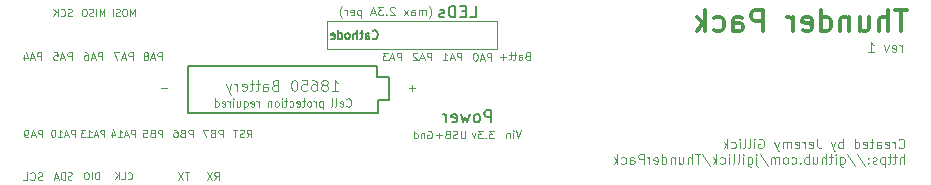
<source format=gbo>
G04 #@! TF.GenerationSoftware,KiCad,Pcbnew,(5.1.5-0-10_14)*
G04 #@! TF.CreationDate,2020-01-18T17:07:03-08:00*
G04 #@! TF.ProjectId,STM32L0xx_18650,53544d33-324c-4307-9878-5f3138363530,rev?*
G04 #@! TF.SameCoordinates,Original*
G04 #@! TF.FileFunction,Legend,Bot*
G04 #@! TF.FilePolarity,Positive*
%FSLAX46Y46*%
G04 Gerber Fmt 4.6, Leading zero omitted, Abs format (unit mm)*
G04 Created by KiCad (PCBNEW (5.1.5-0-10_14)) date 2020-01-18 17:07:03*
%MOMM*%
%LPD*%
G04 APERTURE LIST*
%ADD10C,0.100000*%
%ADD11C,0.150000*%
%ADD12C,0.200000*%
%ADD13C,0.300000*%
%ADD14C,0.080000*%
%ADD15C,0.010000*%
%ADD16C,2.901600*%
%ADD17O,1.801600X1.801600*%
%ADD18R,1.801600X1.801600*%
%ADD19O,1.801600X1.451600*%
%ADD20O,1.601600X1.201600*%
%ADD21C,2.501600*%
G04 APERTURE END LIST*
D10*
X87707142Y-107639285D02*
X87735714Y-107667857D01*
X87821428Y-107696428D01*
X87878571Y-107696428D01*
X87964285Y-107667857D01*
X88021428Y-107610714D01*
X88050000Y-107553571D01*
X88078571Y-107439285D01*
X88078571Y-107353571D01*
X88050000Y-107239285D01*
X88021428Y-107182142D01*
X87964285Y-107125000D01*
X87878571Y-107096428D01*
X87821428Y-107096428D01*
X87735714Y-107125000D01*
X87707142Y-107153571D01*
X87164285Y-107696428D02*
X87450000Y-107696428D01*
X87450000Y-107096428D01*
X86964285Y-107696428D02*
X86964285Y-107096428D01*
X86621428Y-107696428D02*
X86878571Y-107353571D01*
X86621428Y-107096428D02*
X86964285Y-107439285D01*
X85264285Y-107696428D02*
X85264285Y-107096428D01*
X85121428Y-107096428D01*
X85035714Y-107125000D01*
X84978571Y-107182142D01*
X84950000Y-107239285D01*
X84921428Y-107353571D01*
X84921428Y-107439285D01*
X84950000Y-107553571D01*
X84978571Y-107610714D01*
X85035714Y-107667857D01*
X85121428Y-107696428D01*
X85264285Y-107696428D01*
X84664285Y-107696428D02*
X84664285Y-107096428D01*
X84264285Y-107096428D02*
X84150000Y-107096428D01*
X84092857Y-107125000D01*
X84035714Y-107182142D01*
X84007142Y-107296428D01*
X84007142Y-107496428D01*
X84035714Y-107610714D01*
X84092857Y-107667857D01*
X84150000Y-107696428D01*
X84264285Y-107696428D01*
X84321428Y-107667857D01*
X84378571Y-107610714D01*
X84407142Y-107496428D01*
X84407142Y-107296428D01*
X84378571Y-107182142D01*
X84321428Y-107125000D01*
X84264285Y-107096428D01*
X80498809Y-107713095D02*
X80405952Y-107744047D01*
X80251190Y-107744047D01*
X80189285Y-107713095D01*
X80158333Y-107682142D01*
X80127380Y-107620238D01*
X80127380Y-107558333D01*
X80158333Y-107496428D01*
X80189285Y-107465476D01*
X80251190Y-107434523D01*
X80375000Y-107403571D01*
X80436904Y-107372619D01*
X80467857Y-107341666D01*
X80498809Y-107279761D01*
X80498809Y-107217857D01*
X80467857Y-107155952D01*
X80436904Y-107125000D01*
X80375000Y-107094047D01*
X80220238Y-107094047D01*
X80127380Y-107125000D01*
X79477380Y-107682142D02*
X79508333Y-107713095D01*
X79601190Y-107744047D01*
X79663095Y-107744047D01*
X79755952Y-107713095D01*
X79817857Y-107651190D01*
X79848809Y-107589285D01*
X79879761Y-107465476D01*
X79879761Y-107372619D01*
X79848809Y-107248809D01*
X79817857Y-107186904D01*
X79755952Y-107125000D01*
X79663095Y-107094047D01*
X79601190Y-107094047D01*
X79508333Y-107125000D01*
X79477380Y-107155952D01*
X78889285Y-107744047D02*
X79198809Y-107744047D01*
X79198809Y-107094047D01*
X82978571Y-107688095D02*
X82892857Y-107719047D01*
X82750000Y-107719047D01*
X82692857Y-107688095D01*
X82664285Y-107657142D01*
X82635714Y-107595238D01*
X82635714Y-107533333D01*
X82664285Y-107471428D01*
X82692857Y-107440476D01*
X82750000Y-107409523D01*
X82864285Y-107378571D01*
X82921428Y-107347619D01*
X82950000Y-107316666D01*
X82978571Y-107254761D01*
X82978571Y-107192857D01*
X82950000Y-107130952D01*
X82921428Y-107100000D01*
X82864285Y-107069047D01*
X82721428Y-107069047D01*
X82635714Y-107100000D01*
X82378571Y-107719047D02*
X82378571Y-107069047D01*
X82235714Y-107069047D01*
X82150000Y-107100000D01*
X82092857Y-107161904D01*
X82064285Y-107223809D01*
X82035714Y-107347619D01*
X82035714Y-107440476D01*
X82064285Y-107564285D01*
X82092857Y-107626190D01*
X82150000Y-107688095D01*
X82235714Y-107719047D01*
X82378571Y-107719047D01*
X81807142Y-107533333D02*
X81521428Y-107533333D01*
X81864285Y-107719047D02*
X81664285Y-107069047D01*
X81464285Y-107719047D01*
X82971428Y-93863095D02*
X82885714Y-93894047D01*
X82742857Y-93894047D01*
X82685714Y-93863095D01*
X82657142Y-93832142D01*
X82628571Y-93770238D01*
X82628571Y-93708333D01*
X82657142Y-93646428D01*
X82685714Y-93615476D01*
X82742857Y-93584523D01*
X82857142Y-93553571D01*
X82914285Y-93522619D01*
X82942857Y-93491666D01*
X82971428Y-93429761D01*
X82971428Y-93367857D01*
X82942857Y-93305952D01*
X82914285Y-93275000D01*
X82857142Y-93244047D01*
X82714285Y-93244047D01*
X82628571Y-93275000D01*
X82028571Y-93832142D02*
X82057142Y-93863095D01*
X82142857Y-93894047D01*
X82200000Y-93894047D01*
X82285714Y-93863095D01*
X82342857Y-93801190D01*
X82371428Y-93739285D01*
X82400000Y-93615476D01*
X82400000Y-93522619D01*
X82371428Y-93398809D01*
X82342857Y-93336904D01*
X82285714Y-93275000D01*
X82200000Y-93244047D01*
X82142857Y-93244047D01*
X82057142Y-93275000D01*
X82028571Y-93305952D01*
X81771428Y-93894047D02*
X81771428Y-93244047D01*
X81428571Y-93894047D02*
X81685714Y-93522619D01*
X81428571Y-93244047D02*
X81771428Y-93615476D01*
X85742857Y-93894047D02*
X85742857Y-93244047D01*
X85542857Y-93708333D01*
X85342857Y-93244047D01*
X85342857Y-93894047D01*
X85057142Y-93894047D02*
X85057142Y-93244047D01*
X84800000Y-93863095D02*
X84714285Y-93894047D01*
X84571428Y-93894047D01*
X84514285Y-93863095D01*
X84485714Y-93832142D01*
X84457142Y-93770238D01*
X84457142Y-93708333D01*
X84485714Y-93646428D01*
X84514285Y-93615476D01*
X84571428Y-93584523D01*
X84685714Y-93553571D01*
X84742857Y-93522619D01*
X84771428Y-93491666D01*
X84800000Y-93429761D01*
X84800000Y-93367857D01*
X84771428Y-93305952D01*
X84742857Y-93275000D01*
X84685714Y-93244047D01*
X84542857Y-93244047D01*
X84457142Y-93275000D01*
X84085714Y-93244047D02*
X83971428Y-93244047D01*
X83914285Y-93275000D01*
X83857142Y-93336904D01*
X83828571Y-93460714D01*
X83828571Y-93677380D01*
X83857142Y-93801190D01*
X83914285Y-93863095D01*
X83971428Y-93894047D01*
X84085714Y-93894047D01*
X84142857Y-93863095D01*
X84200000Y-93801190D01*
X84228571Y-93677380D01*
X84228571Y-93460714D01*
X84200000Y-93336904D01*
X84142857Y-93275000D01*
X84085714Y-93244047D01*
X88317857Y-93894047D02*
X88317857Y-93244047D01*
X88117857Y-93708333D01*
X87917857Y-93244047D01*
X87917857Y-93894047D01*
X87517857Y-93244047D02*
X87403571Y-93244047D01*
X87346428Y-93275000D01*
X87289285Y-93336904D01*
X87260714Y-93460714D01*
X87260714Y-93677380D01*
X87289285Y-93801190D01*
X87346428Y-93863095D01*
X87403571Y-93894047D01*
X87517857Y-93894047D01*
X87575000Y-93863095D01*
X87632142Y-93801190D01*
X87660714Y-93677380D01*
X87660714Y-93460714D01*
X87632142Y-93336904D01*
X87575000Y-93275000D01*
X87517857Y-93244047D01*
X87032142Y-93863095D02*
X86946428Y-93894047D01*
X86803571Y-93894047D01*
X86746428Y-93863095D01*
X86717857Y-93832142D01*
X86689285Y-93770238D01*
X86689285Y-93708333D01*
X86717857Y-93646428D01*
X86746428Y-93615476D01*
X86803571Y-93584523D01*
X86917857Y-93553571D01*
X86975000Y-93522619D01*
X87003571Y-93491666D01*
X87032142Y-93429761D01*
X87032142Y-93367857D01*
X87003571Y-93305952D01*
X86975000Y-93275000D01*
X86917857Y-93244047D01*
X86775000Y-93244047D01*
X86689285Y-93275000D01*
X86432142Y-93894047D02*
X86432142Y-93244047D01*
X92895238Y-107069047D02*
X92523809Y-107069047D01*
X92709523Y-107719047D02*
X92709523Y-107069047D01*
X92369047Y-107069047D02*
X91935714Y-107719047D01*
X91935714Y-107069047D02*
X92369047Y-107719047D01*
X95058333Y-107719047D02*
X95275000Y-107409523D01*
X95429761Y-107719047D02*
X95429761Y-107069047D01*
X95182142Y-107069047D01*
X95120238Y-107100000D01*
X95089285Y-107130952D01*
X95058333Y-107192857D01*
X95058333Y-107285714D01*
X95089285Y-107347619D01*
X95120238Y-107378571D01*
X95182142Y-107409523D01*
X95429761Y-107409523D01*
X94841666Y-107069047D02*
X94408333Y-107719047D01*
X94408333Y-107069047D02*
X94841666Y-107719047D01*
D11*
X108450000Y-95742857D02*
X108483333Y-95778571D01*
X108583333Y-95814285D01*
X108650000Y-95814285D01*
X108750000Y-95778571D01*
X108816666Y-95707142D01*
X108850000Y-95635714D01*
X108883333Y-95492857D01*
X108883333Y-95385714D01*
X108850000Y-95242857D01*
X108816666Y-95171428D01*
X108750000Y-95100000D01*
X108650000Y-95064285D01*
X108583333Y-95064285D01*
X108483333Y-95100000D01*
X108450000Y-95135714D01*
X107850000Y-95814285D02*
X107850000Y-95421428D01*
X107883333Y-95350000D01*
X107950000Y-95314285D01*
X108083333Y-95314285D01*
X108150000Y-95350000D01*
X107850000Y-95778571D02*
X107916666Y-95814285D01*
X108083333Y-95814285D01*
X108150000Y-95778571D01*
X108183333Y-95707142D01*
X108183333Y-95635714D01*
X108150000Y-95564285D01*
X108083333Y-95528571D01*
X107916666Y-95528571D01*
X107850000Y-95492857D01*
X107616666Y-95314285D02*
X107350000Y-95314285D01*
X107516666Y-95064285D02*
X107516666Y-95707142D01*
X107483333Y-95778571D01*
X107416666Y-95814285D01*
X107350000Y-95814285D01*
X107116666Y-95814285D02*
X107116666Y-95064285D01*
X106816666Y-95814285D02*
X106816666Y-95421428D01*
X106850000Y-95350000D01*
X106916666Y-95314285D01*
X107016666Y-95314285D01*
X107083333Y-95350000D01*
X107116666Y-95385714D01*
X106383333Y-95814285D02*
X106450000Y-95778571D01*
X106483333Y-95742857D01*
X106516666Y-95671428D01*
X106516666Y-95457142D01*
X106483333Y-95385714D01*
X106450000Y-95350000D01*
X106383333Y-95314285D01*
X106283333Y-95314285D01*
X106216666Y-95350000D01*
X106183333Y-95385714D01*
X106150000Y-95457142D01*
X106150000Y-95671428D01*
X106183333Y-95742857D01*
X106216666Y-95778571D01*
X106283333Y-95814285D01*
X106383333Y-95814285D01*
X105550000Y-95814285D02*
X105550000Y-95064285D01*
X105550000Y-95778571D02*
X105616666Y-95814285D01*
X105750000Y-95814285D01*
X105816666Y-95778571D01*
X105850000Y-95742857D01*
X105883333Y-95671428D01*
X105883333Y-95457142D01*
X105850000Y-95385714D01*
X105816666Y-95350000D01*
X105750000Y-95314285D01*
X105616666Y-95314285D01*
X105550000Y-95350000D01*
X104950000Y-95778571D02*
X105016666Y-95814285D01*
X105150000Y-95814285D01*
X105216666Y-95778571D01*
X105250000Y-95707142D01*
X105250000Y-95421428D01*
X105216666Y-95350000D01*
X105150000Y-95314285D01*
X105016666Y-95314285D01*
X104950000Y-95350000D01*
X104916666Y-95421428D01*
X104916666Y-95492857D01*
X105250000Y-95564285D01*
D10*
X104550000Y-94275000D02*
X118950000Y-94275000D01*
X104550000Y-96625000D02*
X104550000Y-94275000D01*
X118950000Y-96625000D02*
X104550000Y-96625000D01*
X118950000Y-94275000D02*
X118950000Y-96625000D01*
X97805952Y-104119047D02*
X98022619Y-103809523D01*
X98177380Y-104119047D02*
X98177380Y-103469047D01*
X97929761Y-103469047D01*
X97867857Y-103500000D01*
X97836904Y-103530952D01*
X97805952Y-103592857D01*
X97805952Y-103685714D01*
X97836904Y-103747619D01*
X97867857Y-103778571D01*
X97929761Y-103809523D01*
X98177380Y-103809523D01*
X97558333Y-104088095D02*
X97465476Y-104119047D01*
X97310714Y-104119047D01*
X97248809Y-104088095D01*
X97217857Y-104057142D01*
X97186904Y-103995238D01*
X97186904Y-103933333D01*
X97217857Y-103871428D01*
X97248809Y-103840476D01*
X97310714Y-103809523D01*
X97434523Y-103778571D01*
X97496428Y-103747619D01*
X97527380Y-103716666D01*
X97558333Y-103654761D01*
X97558333Y-103592857D01*
X97527380Y-103530952D01*
X97496428Y-103500000D01*
X97434523Y-103469047D01*
X97279761Y-103469047D01*
X97186904Y-103500000D01*
X97001190Y-103469047D02*
X96629761Y-103469047D01*
X96815476Y-104119047D02*
X96815476Y-103469047D01*
X95754761Y-104119047D02*
X95754761Y-103469047D01*
X95507142Y-103469047D01*
X95445238Y-103500000D01*
X95414285Y-103530952D01*
X95383333Y-103592857D01*
X95383333Y-103685714D01*
X95414285Y-103747619D01*
X95445238Y-103778571D01*
X95507142Y-103809523D01*
X95754761Y-103809523D01*
X94888095Y-103778571D02*
X94795238Y-103809523D01*
X94764285Y-103840476D01*
X94733333Y-103902380D01*
X94733333Y-103995238D01*
X94764285Y-104057142D01*
X94795238Y-104088095D01*
X94857142Y-104119047D01*
X95104761Y-104119047D01*
X95104761Y-103469047D01*
X94888095Y-103469047D01*
X94826190Y-103500000D01*
X94795238Y-103530952D01*
X94764285Y-103592857D01*
X94764285Y-103654761D01*
X94795238Y-103716666D01*
X94826190Y-103747619D01*
X94888095Y-103778571D01*
X95104761Y-103778571D01*
X94516666Y-103469047D02*
X94083333Y-103469047D01*
X94361904Y-104119047D01*
X93204761Y-104119047D02*
X93204761Y-103469047D01*
X92957142Y-103469047D01*
X92895238Y-103500000D01*
X92864285Y-103530952D01*
X92833333Y-103592857D01*
X92833333Y-103685714D01*
X92864285Y-103747619D01*
X92895238Y-103778571D01*
X92957142Y-103809523D01*
X93204761Y-103809523D01*
X92338095Y-103778571D02*
X92245238Y-103809523D01*
X92214285Y-103840476D01*
X92183333Y-103902380D01*
X92183333Y-103995238D01*
X92214285Y-104057142D01*
X92245238Y-104088095D01*
X92307142Y-104119047D01*
X92554761Y-104119047D01*
X92554761Y-103469047D01*
X92338095Y-103469047D01*
X92276190Y-103500000D01*
X92245238Y-103530952D01*
X92214285Y-103592857D01*
X92214285Y-103654761D01*
X92245238Y-103716666D01*
X92276190Y-103747619D01*
X92338095Y-103778571D01*
X92554761Y-103778571D01*
X91626190Y-103469047D02*
X91750000Y-103469047D01*
X91811904Y-103500000D01*
X91842857Y-103530952D01*
X91904761Y-103623809D01*
X91935714Y-103747619D01*
X91935714Y-103995238D01*
X91904761Y-104057142D01*
X91873809Y-104088095D01*
X91811904Y-104119047D01*
X91688095Y-104119047D01*
X91626190Y-104088095D01*
X91595238Y-104057142D01*
X91564285Y-103995238D01*
X91564285Y-103840476D01*
X91595238Y-103778571D01*
X91626190Y-103747619D01*
X91688095Y-103716666D01*
X91811904Y-103716666D01*
X91873809Y-103747619D01*
X91904761Y-103778571D01*
X91935714Y-103840476D01*
X153244523Y-96886904D02*
X153244523Y-96353571D01*
X153244523Y-96505952D02*
X153206428Y-96429761D01*
X153168333Y-96391666D01*
X153092142Y-96353571D01*
X153015952Y-96353571D01*
X152444523Y-96848809D02*
X152520714Y-96886904D01*
X152673095Y-96886904D01*
X152749285Y-96848809D01*
X152787380Y-96772619D01*
X152787380Y-96467857D01*
X152749285Y-96391666D01*
X152673095Y-96353571D01*
X152520714Y-96353571D01*
X152444523Y-96391666D01*
X152406428Y-96467857D01*
X152406428Y-96544047D01*
X152787380Y-96620238D01*
X152139761Y-96353571D02*
X151949285Y-96886904D01*
X151758809Y-96353571D01*
X150425476Y-96886904D02*
X150882619Y-96886904D01*
X150654047Y-96886904D02*
X150654047Y-96086904D01*
X150730238Y-96201190D01*
X150806428Y-96277380D01*
X150882619Y-96315476D01*
X152987380Y-104985714D02*
X153025476Y-105023809D01*
X153139761Y-105061904D01*
X153215952Y-105061904D01*
X153330238Y-105023809D01*
X153406428Y-104947619D01*
X153444523Y-104871428D01*
X153482619Y-104719047D01*
X153482619Y-104604761D01*
X153444523Y-104452380D01*
X153406428Y-104376190D01*
X153330238Y-104300000D01*
X153215952Y-104261904D01*
X153139761Y-104261904D01*
X153025476Y-104300000D01*
X152987380Y-104338095D01*
X152644523Y-105061904D02*
X152644523Y-104528571D01*
X152644523Y-104680952D02*
X152606428Y-104604761D01*
X152568333Y-104566666D01*
X152492142Y-104528571D01*
X152415952Y-104528571D01*
X151844523Y-105023809D02*
X151920714Y-105061904D01*
X152073095Y-105061904D01*
X152149285Y-105023809D01*
X152187380Y-104947619D01*
X152187380Y-104642857D01*
X152149285Y-104566666D01*
X152073095Y-104528571D01*
X151920714Y-104528571D01*
X151844523Y-104566666D01*
X151806428Y-104642857D01*
X151806428Y-104719047D01*
X152187380Y-104795238D01*
X151120714Y-105061904D02*
X151120714Y-104642857D01*
X151158809Y-104566666D01*
X151235000Y-104528571D01*
X151387380Y-104528571D01*
X151463571Y-104566666D01*
X151120714Y-105023809D02*
X151196904Y-105061904D01*
X151387380Y-105061904D01*
X151463571Y-105023809D01*
X151501666Y-104947619D01*
X151501666Y-104871428D01*
X151463571Y-104795238D01*
X151387380Y-104757142D01*
X151196904Y-104757142D01*
X151120714Y-104719047D01*
X150854047Y-104528571D02*
X150549285Y-104528571D01*
X150739761Y-104261904D02*
X150739761Y-104947619D01*
X150701666Y-105023809D01*
X150625476Y-105061904D01*
X150549285Y-105061904D01*
X149977857Y-105023809D02*
X150054047Y-105061904D01*
X150206428Y-105061904D01*
X150282619Y-105023809D01*
X150320714Y-104947619D01*
X150320714Y-104642857D01*
X150282619Y-104566666D01*
X150206428Y-104528571D01*
X150054047Y-104528571D01*
X149977857Y-104566666D01*
X149939761Y-104642857D01*
X149939761Y-104719047D01*
X150320714Y-104795238D01*
X149254047Y-105061904D02*
X149254047Y-104261904D01*
X149254047Y-105023809D02*
X149330238Y-105061904D01*
X149482619Y-105061904D01*
X149558809Y-105023809D01*
X149596904Y-104985714D01*
X149635000Y-104909523D01*
X149635000Y-104680952D01*
X149596904Y-104604761D01*
X149558809Y-104566666D01*
X149482619Y-104528571D01*
X149330238Y-104528571D01*
X149254047Y-104566666D01*
X148263571Y-105061904D02*
X148263571Y-104261904D01*
X148263571Y-104566666D02*
X148187380Y-104528571D01*
X148035000Y-104528571D01*
X147958809Y-104566666D01*
X147920714Y-104604761D01*
X147882619Y-104680952D01*
X147882619Y-104909523D01*
X147920714Y-104985714D01*
X147958809Y-105023809D01*
X148035000Y-105061904D01*
X148187380Y-105061904D01*
X148263571Y-105023809D01*
X147615952Y-104528571D02*
X147425476Y-105061904D01*
X147235000Y-104528571D02*
X147425476Y-105061904D01*
X147501666Y-105252380D01*
X147539761Y-105290476D01*
X147615952Y-105328571D01*
X146092142Y-104261904D02*
X146092142Y-104833333D01*
X146130238Y-104947619D01*
X146206428Y-105023809D01*
X146320714Y-105061904D01*
X146396904Y-105061904D01*
X145406428Y-105023809D02*
X145482619Y-105061904D01*
X145635000Y-105061904D01*
X145711190Y-105023809D01*
X145749285Y-104947619D01*
X145749285Y-104642857D01*
X145711190Y-104566666D01*
X145635000Y-104528571D01*
X145482619Y-104528571D01*
X145406428Y-104566666D01*
X145368333Y-104642857D01*
X145368333Y-104719047D01*
X145749285Y-104795238D01*
X145025476Y-105061904D02*
X145025476Y-104528571D01*
X145025476Y-104680952D02*
X144987380Y-104604761D01*
X144949285Y-104566666D01*
X144873095Y-104528571D01*
X144796904Y-104528571D01*
X144225476Y-105023809D02*
X144301666Y-105061904D01*
X144454047Y-105061904D01*
X144530238Y-105023809D01*
X144568333Y-104947619D01*
X144568333Y-104642857D01*
X144530238Y-104566666D01*
X144454047Y-104528571D01*
X144301666Y-104528571D01*
X144225476Y-104566666D01*
X144187380Y-104642857D01*
X144187380Y-104719047D01*
X144568333Y-104795238D01*
X143844523Y-105061904D02*
X143844523Y-104528571D01*
X143844523Y-104604761D02*
X143806428Y-104566666D01*
X143730238Y-104528571D01*
X143615952Y-104528571D01*
X143539761Y-104566666D01*
X143501666Y-104642857D01*
X143501666Y-105061904D01*
X143501666Y-104642857D02*
X143463571Y-104566666D01*
X143387380Y-104528571D01*
X143273095Y-104528571D01*
X143196904Y-104566666D01*
X143158809Y-104642857D01*
X143158809Y-105061904D01*
X142854047Y-104528571D02*
X142663571Y-105061904D01*
X142473095Y-104528571D02*
X142663571Y-105061904D01*
X142739761Y-105252380D01*
X142777857Y-105290476D01*
X142854047Y-105328571D01*
X141139761Y-104300000D02*
X141215952Y-104261904D01*
X141330238Y-104261904D01*
X141444523Y-104300000D01*
X141520714Y-104376190D01*
X141558809Y-104452380D01*
X141596904Y-104604761D01*
X141596904Y-104719047D01*
X141558809Y-104871428D01*
X141520714Y-104947619D01*
X141444523Y-105023809D01*
X141330238Y-105061904D01*
X141254047Y-105061904D01*
X141139761Y-105023809D01*
X141101666Y-104985714D01*
X141101666Y-104719047D01*
X141254047Y-104719047D01*
X140758809Y-105061904D02*
X140758809Y-104528571D01*
X140758809Y-104261904D02*
X140796904Y-104300000D01*
X140758809Y-104338095D01*
X140720714Y-104300000D01*
X140758809Y-104261904D01*
X140758809Y-104338095D01*
X140263571Y-105061904D02*
X140339761Y-105023809D01*
X140377857Y-104947619D01*
X140377857Y-104261904D01*
X139844523Y-105061904D02*
X139920714Y-105023809D01*
X139958809Y-104947619D01*
X139958809Y-104261904D01*
X139539761Y-105061904D02*
X139539761Y-104528571D01*
X139539761Y-104261904D02*
X139577857Y-104300000D01*
X139539761Y-104338095D01*
X139501666Y-104300000D01*
X139539761Y-104261904D01*
X139539761Y-104338095D01*
X138815952Y-105023809D02*
X138892142Y-105061904D01*
X139044523Y-105061904D01*
X139120714Y-105023809D01*
X139158809Y-104985714D01*
X139196904Y-104909523D01*
X139196904Y-104680952D01*
X139158809Y-104604761D01*
X139120714Y-104566666D01*
X139044523Y-104528571D01*
X138892142Y-104528571D01*
X138815952Y-104566666D01*
X138473095Y-105061904D02*
X138473095Y-104261904D01*
X138396904Y-104757142D02*
X138168333Y-105061904D01*
X138168333Y-104528571D02*
X138473095Y-104833333D01*
X153444523Y-106361904D02*
X153444523Y-105561904D01*
X153101666Y-106361904D02*
X153101666Y-105942857D01*
X153139761Y-105866666D01*
X153215952Y-105828571D01*
X153330238Y-105828571D01*
X153406428Y-105866666D01*
X153444523Y-105904761D01*
X152835000Y-105828571D02*
X152530238Y-105828571D01*
X152720714Y-105561904D02*
X152720714Y-106247619D01*
X152682619Y-106323809D01*
X152606428Y-106361904D01*
X152530238Y-106361904D01*
X152377857Y-105828571D02*
X152073095Y-105828571D01*
X152263571Y-105561904D02*
X152263571Y-106247619D01*
X152225476Y-106323809D01*
X152149285Y-106361904D01*
X152073095Y-106361904D01*
X151806428Y-105828571D02*
X151806428Y-106628571D01*
X151806428Y-105866666D02*
X151730238Y-105828571D01*
X151577857Y-105828571D01*
X151501666Y-105866666D01*
X151463571Y-105904761D01*
X151425476Y-105980952D01*
X151425476Y-106209523D01*
X151463571Y-106285714D01*
X151501666Y-106323809D01*
X151577857Y-106361904D01*
X151730238Y-106361904D01*
X151806428Y-106323809D01*
X151120714Y-106323809D02*
X151044523Y-106361904D01*
X150892142Y-106361904D01*
X150815952Y-106323809D01*
X150777857Y-106247619D01*
X150777857Y-106209523D01*
X150815952Y-106133333D01*
X150892142Y-106095238D01*
X151006428Y-106095238D01*
X151082619Y-106057142D01*
X151120714Y-105980952D01*
X151120714Y-105942857D01*
X151082619Y-105866666D01*
X151006428Y-105828571D01*
X150892142Y-105828571D01*
X150815952Y-105866666D01*
X150435000Y-106285714D02*
X150396904Y-106323809D01*
X150435000Y-106361904D01*
X150473095Y-106323809D01*
X150435000Y-106285714D01*
X150435000Y-106361904D01*
X150435000Y-105866666D02*
X150396904Y-105904761D01*
X150435000Y-105942857D01*
X150473095Y-105904761D01*
X150435000Y-105866666D01*
X150435000Y-105942857D01*
X149482619Y-105523809D02*
X150168333Y-106552380D01*
X148644523Y-105523809D02*
X149330238Y-106552380D01*
X148035000Y-105828571D02*
X148035000Y-106476190D01*
X148073095Y-106552380D01*
X148111190Y-106590476D01*
X148187380Y-106628571D01*
X148301666Y-106628571D01*
X148377857Y-106590476D01*
X148035000Y-106323809D02*
X148111190Y-106361904D01*
X148263571Y-106361904D01*
X148339761Y-106323809D01*
X148377857Y-106285714D01*
X148415952Y-106209523D01*
X148415952Y-105980952D01*
X148377857Y-105904761D01*
X148339761Y-105866666D01*
X148263571Y-105828571D01*
X148111190Y-105828571D01*
X148035000Y-105866666D01*
X147654047Y-106361904D02*
X147654047Y-105828571D01*
X147654047Y-105561904D02*
X147692142Y-105600000D01*
X147654047Y-105638095D01*
X147615952Y-105600000D01*
X147654047Y-105561904D01*
X147654047Y-105638095D01*
X147387380Y-105828571D02*
X147082619Y-105828571D01*
X147273095Y-105561904D02*
X147273095Y-106247619D01*
X147235000Y-106323809D01*
X147158809Y-106361904D01*
X147082619Y-106361904D01*
X146815952Y-106361904D02*
X146815952Y-105561904D01*
X146473095Y-106361904D02*
X146473095Y-105942857D01*
X146511190Y-105866666D01*
X146587380Y-105828571D01*
X146701666Y-105828571D01*
X146777857Y-105866666D01*
X146815952Y-105904761D01*
X145749285Y-105828571D02*
X145749285Y-106361904D01*
X146092142Y-105828571D02*
X146092142Y-106247619D01*
X146054047Y-106323809D01*
X145977857Y-106361904D01*
X145863571Y-106361904D01*
X145787380Y-106323809D01*
X145749285Y-106285714D01*
X145368333Y-106361904D02*
X145368333Y-105561904D01*
X145368333Y-105866666D02*
X145292142Y-105828571D01*
X145139761Y-105828571D01*
X145063571Y-105866666D01*
X145025476Y-105904761D01*
X144987380Y-105980952D01*
X144987380Y-106209523D01*
X145025476Y-106285714D01*
X145063571Y-106323809D01*
X145139761Y-106361904D01*
X145292142Y-106361904D01*
X145368333Y-106323809D01*
X144644523Y-106285714D02*
X144606428Y-106323809D01*
X144644523Y-106361904D01*
X144682619Y-106323809D01*
X144644523Y-106285714D01*
X144644523Y-106361904D01*
X143920714Y-106323809D02*
X143996904Y-106361904D01*
X144149285Y-106361904D01*
X144225476Y-106323809D01*
X144263571Y-106285714D01*
X144301666Y-106209523D01*
X144301666Y-105980952D01*
X144263571Y-105904761D01*
X144225476Y-105866666D01*
X144149285Y-105828571D01*
X143996904Y-105828571D01*
X143920714Y-105866666D01*
X143463571Y-106361904D02*
X143539761Y-106323809D01*
X143577857Y-106285714D01*
X143615952Y-106209523D01*
X143615952Y-105980952D01*
X143577857Y-105904761D01*
X143539761Y-105866666D01*
X143463571Y-105828571D01*
X143349285Y-105828571D01*
X143273095Y-105866666D01*
X143235000Y-105904761D01*
X143196904Y-105980952D01*
X143196904Y-106209523D01*
X143235000Y-106285714D01*
X143273095Y-106323809D01*
X143349285Y-106361904D01*
X143463571Y-106361904D01*
X142854047Y-106361904D02*
X142854047Y-105828571D01*
X142854047Y-105904761D02*
X142815952Y-105866666D01*
X142739761Y-105828571D01*
X142625476Y-105828571D01*
X142549285Y-105866666D01*
X142511190Y-105942857D01*
X142511190Y-106361904D01*
X142511190Y-105942857D02*
X142473095Y-105866666D01*
X142396904Y-105828571D01*
X142282619Y-105828571D01*
X142206428Y-105866666D01*
X142168333Y-105942857D01*
X142168333Y-106361904D01*
X141215952Y-105523809D02*
X141901666Y-106552380D01*
X140949285Y-105828571D02*
X140949285Y-106514285D01*
X140987380Y-106590476D01*
X141063571Y-106628571D01*
X141101666Y-106628571D01*
X140949285Y-105561904D02*
X140987380Y-105600000D01*
X140949285Y-105638095D01*
X140911190Y-105600000D01*
X140949285Y-105561904D01*
X140949285Y-105638095D01*
X140225476Y-105828571D02*
X140225476Y-106476190D01*
X140263571Y-106552380D01*
X140301666Y-106590476D01*
X140377857Y-106628571D01*
X140492142Y-106628571D01*
X140568333Y-106590476D01*
X140225476Y-106323809D02*
X140301666Y-106361904D01*
X140454047Y-106361904D01*
X140530238Y-106323809D01*
X140568333Y-106285714D01*
X140606428Y-106209523D01*
X140606428Y-105980952D01*
X140568333Y-105904761D01*
X140530238Y-105866666D01*
X140454047Y-105828571D01*
X140301666Y-105828571D01*
X140225476Y-105866666D01*
X139844523Y-106361904D02*
X139844523Y-105828571D01*
X139844523Y-105561904D02*
X139882619Y-105600000D01*
X139844523Y-105638095D01*
X139806428Y-105600000D01*
X139844523Y-105561904D01*
X139844523Y-105638095D01*
X139349285Y-106361904D02*
X139425476Y-106323809D01*
X139463571Y-106247619D01*
X139463571Y-105561904D01*
X138930238Y-106361904D02*
X139006428Y-106323809D01*
X139044523Y-106247619D01*
X139044523Y-105561904D01*
X138625476Y-106361904D02*
X138625476Y-105828571D01*
X138625476Y-105561904D02*
X138663571Y-105600000D01*
X138625476Y-105638095D01*
X138587380Y-105600000D01*
X138625476Y-105561904D01*
X138625476Y-105638095D01*
X137901666Y-106323809D02*
X137977857Y-106361904D01*
X138130238Y-106361904D01*
X138206428Y-106323809D01*
X138244523Y-106285714D01*
X138282619Y-106209523D01*
X138282619Y-105980952D01*
X138244523Y-105904761D01*
X138206428Y-105866666D01*
X138130238Y-105828571D01*
X137977857Y-105828571D01*
X137901666Y-105866666D01*
X137558809Y-106361904D02*
X137558809Y-105561904D01*
X137482619Y-106057142D02*
X137254047Y-106361904D01*
X137254047Y-105828571D02*
X137558809Y-106133333D01*
X136339761Y-105523809D02*
X137025476Y-106552380D01*
X136187380Y-105561904D02*
X135730238Y-105561904D01*
X135958809Y-106361904D02*
X135958809Y-105561904D01*
X135463571Y-106361904D02*
X135463571Y-105561904D01*
X135120714Y-106361904D02*
X135120714Y-105942857D01*
X135158809Y-105866666D01*
X135235000Y-105828571D01*
X135349285Y-105828571D01*
X135425476Y-105866666D01*
X135463571Y-105904761D01*
X134396904Y-105828571D02*
X134396904Y-106361904D01*
X134739761Y-105828571D02*
X134739761Y-106247619D01*
X134701666Y-106323809D01*
X134625476Y-106361904D01*
X134511190Y-106361904D01*
X134435000Y-106323809D01*
X134396904Y-106285714D01*
X134015952Y-105828571D02*
X134015952Y-106361904D01*
X134015952Y-105904761D02*
X133977857Y-105866666D01*
X133901666Y-105828571D01*
X133787380Y-105828571D01*
X133711190Y-105866666D01*
X133673095Y-105942857D01*
X133673095Y-106361904D01*
X132949285Y-106361904D02*
X132949285Y-105561904D01*
X132949285Y-106323809D02*
X133025476Y-106361904D01*
X133177857Y-106361904D01*
X133254047Y-106323809D01*
X133292142Y-106285714D01*
X133330238Y-106209523D01*
X133330238Y-105980952D01*
X133292142Y-105904761D01*
X133254047Y-105866666D01*
X133177857Y-105828571D01*
X133025476Y-105828571D01*
X132949285Y-105866666D01*
X132263571Y-106323809D02*
X132339761Y-106361904D01*
X132492142Y-106361904D01*
X132568333Y-106323809D01*
X132606428Y-106247619D01*
X132606428Y-105942857D01*
X132568333Y-105866666D01*
X132492142Y-105828571D01*
X132339761Y-105828571D01*
X132263571Y-105866666D01*
X132225476Y-105942857D01*
X132225476Y-106019047D01*
X132606428Y-106095238D01*
X131882619Y-106361904D02*
X131882619Y-105828571D01*
X131882619Y-105980952D02*
X131844523Y-105904761D01*
X131806428Y-105866666D01*
X131730238Y-105828571D01*
X131654047Y-105828571D01*
X131387380Y-106361904D02*
X131387380Y-105561904D01*
X131082619Y-105561904D01*
X131006428Y-105600000D01*
X130968333Y-105638095D01*
X130930238Y-105714285D01*
X130930238Y-105828571D01*
X130968333Y-105904761D01*
X131006428Y-105942857D01*
X131082619Y-105980952D01*
X131387380Y-105980952D01*
X130244523Y-106361904D02*
X130244523Y-105942857D01*
X130282619Y-105866666D01*
X130358809Y-105828571D01*
X130511190Y-105828571D01*
X130587380Y-105866666D01*
X130244523Y-106323809D02*
X130320714Y-106361904D01*
X130511190Y-106361904D01*
X130587380Y-106323809D01*
X130625476Y-106247619D01*
X130625476Y-106171428D01*
X130587380Y-106095238D01*
X130511190Y-106057142D01*
X130320714Y-106057142D01*
X130244523Y-106019047D01*
X129520714Y-106323809D02*
X129596904Y-106361904D01*
X129749285Y-106361904D01*
X129825476Y-106323809D01*
X129863571Y-106285714D01*
X129901666Y-106209523D01*
X129901666Y-105980952D01*
X129863571Y-105904761D01*
X129825476Y-105866666D01*
X129749285Y-105828571D01*
X129596904Y-105828571D01*
X129520714Y-105866666D01*
X129177857Y-106361904D02*
X129177857Y-105561904D01*
X129101666Y-106057142D02*
X128873095Y-106361904D01*
X128873095Y-105828571D02*
X129177857Y-106133333D01*
X113216666Y-94058333D02*
X113250000Y-94025000D01*
X113316666Y-93925000D01*
X113350000Y-93858333D01*
X113383333Y-93758333D01*
X113416666Y-93591666D01*
X113416666Y-93458333D01*
X113383333Y-93291666D01*
X113350000Y-93191666D01*
X113316666Y-93125000D01*
X113250000Y-93025000D01*
X113216666Y-92991666D01*
X112950000Y-93791666D02*
X112950000Y-93325000D01*
X112950000Y-93391666D02*
X112916666Y-93358333D01*
X112850000Y-93325000D01*
X112750000Y-93325000D01*
X112683333Y-93358333D01*
X112650000Y-93425000D01*
X112650000Y-93791666D01*
X112650000Y-93425000D02*
X112616666Y-93358333D01*
X112550000Y-93325000D01*
X112450000Y-93325000D01*
X112383333Y-93358333D01*
X112350000Y-93425000D01*
X112350000Y-93791666D01*
X111716666Y-93791666D02*
X111716666Y-93425000D01*
X111750000Y-93358333D01*
X111816666Y-93325000D01*
X111950000Y-93325000D01*
X112016666Y-93358333D01*
X111716666Y-93758333D02*
X111783333Y-93791666D01*
X111950000Y-93791666D01*
X112016666Y-93758333D01*
X112050000Y-93691666D01*
X112050000Y-93625000D01*
X112016666Y-93558333D01*
X111950000Y-93525000D01*
X111783333Y-93525000D01*
X111716666Y-93491666D01*
X111450000Y-93791666D02*
X111083333Y-93325000D01*
X111450000Y-93325000D02*
X111083333Y-93791666D01*
X110316666Y-93158333D02*
X110283333Y-93125000D01*
X110216666Y-93091666D01*
X110050000Y-93091666D01*
X109983333Y-93125000D01*
X109950000Y-93158333D01*
X109916666Y-93225000D01*
X109916666Y-93291666D01*
X109950000Y-93391666D01*
X110350000Y-93791666D01*
X109916666Y-93791666D01*
X109616666Y-93725000D02*
X109583333Y-93758333D01*
X109616666Y-93791666D01*
X109650000Y-93758333D01*
X109616666Y-93725000D01*
X109616666Y-93791666D01*
X109350000Y-93091666D02*
X108916666Y-93091666D01*
X109150000Y-93358333D01*
X109050000Y-93358333D01*
X108983333Y-93391666D01*
X108950000Y-93425000D01*
X108916666Y-93491666D01*
X108916666Y-93658333D01*
X108950000Y-93725000D01*
X108983333Y-93758333D01*
X109050000Y-93791666D01*
X109250000Y-93791666D01*
X109316666Y-93758333D01*
X109350000Y-93725000D01*
X108650000Y-93591666D02*
X108316666Y-93591666D01*
X108716666Y-93791666D02*
X108483333Y-93091666D01*
X108250000Y-93791666D01*
X107483333Y-93325000D02*
X107483333Y-94025000D01*
X107483333Y-93358333D02*
X107416666Y-93325000D01*
X107283333Y-93325000D01*
X107216666Y-93358333D01*
X107183333Y-93391666D01*
X107150000Y-93458333D01*
X107150000Y-93658333D01*
X107183333Y-93725000D01*
X107216666Y-93758333D01*
X107283333Y-93791666D01*
X107416666Y-93791666D01*
X107483333Y-93758333D01*
X106583333Y-93758333D02*
X106650000Y-93791666D01*
X106783333Y-93791666D01*
X106850000Y-93758333D01*
X106883333Y-93691666D01*
X106883333Y-93425000D01*
X106850000Y-93358333D01*
X106783333Y-93325000D01*
X106650000Y-93325000D01*
X106583333Y-93358333D01*
X106550000Y-93425000D01*
X106550000Y-93491666D01*
X106883333Y-93558333D01*
X106250000Y-93791666D02*
X106250000Y-93325000D01*
X106250000Y-93458333D02*
X106216666Y-93391666D01*
X106183333Y-93358333D01*
X106116666Y-93325000D01*
X106050000Y-93325000D01*
X105883333Y-94058333D02*
X105850000Y-94025000D01*
X105783333Y-93925000D01*
X105750000Y-93858333D01*
X105716666Y-93758333D01*
X105683333Y-93591666D01*
X105683333Y-93458333D01*
X105716666Y-93291666D01*
X105750000Y-93191666D01*
X105783333Y-93125000D01*
X105850000Y-93025000D01*
X105883333Y-92991666D01*
X90608333Y-97594047D02*
X90608333Y-96944047D01*
X90360714Y-96944047D01*
X90298809Y-96975000D01*
X90267857Y-97005952D01*
X90236904Y-97067857D01*
X90236904Y-97160714D01*
X90267857Y-97222619D01*
X90298809Y-97253571D01*
X90360714Y-97284523D01*
X90608333Y-97284523D01*
X89989285Y-97408333D02*
X89679761Y-97408333D01*
X90051190Y-97594047D02*
X89834523Y-96944047D01*
X89617857Y-97594047D01*
X89308333Y-97222619D02*
X89370238Y-97191666D01*
X89401190Y-97160714D01*
X89432142Y-97098809D01*
X89432142Y-97067857D01*
X89401190Y-97005952D01*
X89370238Y-96975000D01*
X89308333Y-96944047D01*
X89184523Y-96944047D01*
X89122619Y-96975000D01*
X89091666Y-97005952D01*
X89060714Y-97067857D01*
X89060714Y-97098809D01*
X89091666Y-97160714D01*
X89122619Y-97191666D01*
X89184523Y-97222619D01*
X89308333Y-97222619D01*
X89370238Y-97253571D01*
X89401190Y-97284523D01*
X89432142Y-97346428D01*
X89432142Y-97470238D01*
X89401190Y-97532142D01*
X89370238Y-97563095D01*
X89308333Y-97594047D01*
X89184523Y-97594047D01*
X89122619Y-97563095D01*
X89091666Y-97532142D01*
X89060714Y-97470238D01*
X89060714Y-97346428D01*
X89091666Y-97284523D01*
X89122619Y-97253571D01*
X89184523Y-97222619D01*
X88133333Y-97594047D02*
X88133333Y-96944047D01*
X87885714Y-96944047D01*
X87823809Y-96975000D01*
X87792857Y-97005952D01*
X87761904Y-97067857D01*
X87761904Y-97160714D01*
X87792857Y-97222619D01*
X87823809Y-97253571D01*
X87885714Y-97284523D01*
X88133333Y-97284523D01*
X87514285Y-97408333D02*
X87204761Y-97408333D01*
X87576190Y-97594047D02*
X87359523Y-96944047D01*
X87142857Y-97594047D01*
X86988095Y-96944047D02*
X86554761Y-96944047D01*
X86833333Y-97594047D01*
X85558333Y-97594047D02*
X85558333Y-96944047D01*
X85310714Y-96944047D01*
X85248809Y-96975000D01*
X85217857Y-97005952D01*
X85186904Y-97067857D01*
X85186904Y-97160714D01*
X85217857Y-97222619D01*
X85248809Y-97253571D01*
X85310714Y-97284523D01*
X85558333Y-97284523D01*
X84939285Y-97408333D02*
X84629761Y-97408333D01*
X85001190Y-97594047D02*
X84784523Y-96944047D01*
X84567857Y-97594047D01*
X84072619Y-96944047D02*
X84196428Y-96944047D01*
X84258333Y-96975000D01*
X84289285Y-97005952D01*
X84351190Y-97098809D01*
X84382142Y-97222619D01*
X84382142Y-97470238D01*
X84351190Y-97532142D01*
X84320238Y-97563095D01*
X84258333Y-97594047D01*
X84134523Y-97594047D01*
X84072619Y-97563095D01*
X84041666Y-97532142D01*
X84010714Y-97470238D01*
X84010714Y-97315476D01*
X84041666Y-97253571D01*
X84072619Y-97222619D01*
X84134523Y-97191666D01*
X84258333Y-97191666D01*
X84320238Y-97222619D01*
X84351190Y-97253571D01*
X84382142Y-97315476D01*
X82958333Y-97594047D02*
X82958333Y-96944047D01*
X82710714Y-96944047D01*
X82648809Y-96975000D01*
X82617857Y-97005952D01*
X82586904Y-97067857D01*
X82586904Y-97160714D01*
X82617857Y-97222619D01*
X82648809Y-97253571D01*
X82710714Y-97284523D01*
X82958333Y-97284523D01*
X82339285Y-97408333D02*
X82029761Y-97408333D01*
X82401190Y-97594047D02*
X82184523Y-96944047D01*
X81967857Y-97594047D01*
X81441666Y-96944047D02*
X81751190Y-96944047D01*
X81782142Y-97253571D01*
X81751190Y-97222619D01*
X81689285Y-97191666D01*
X81534523Y-97191666D01*
X81472619Y-97222619D01*
X81441666Y-97253571D01*
X81410714Y-97315476D01*
X81410714Y-97470238D01*
X81441666Y-97532142D01*
X81472619Y-97563095D01*
X81534523Y-97594047D01*
X81689285Y-97594047D01*
X81751190Y-97563095D01*
X81782142Y-97532142D01*
X80408333Y-97594047D02*
X80408333Y-96944047D01*
X80160714Y-96944047D01*
X80098809Y-96975000D01*
X80067857Y-97005952D01*
X80036904Y-97067857D01*
X80036904Y-97160714D01*
X80067857Y-97222619D01*
X80098809Y-97253571D01*
X80160714Y-97284523D01*
X80408333Y-97284523D01*
X79789285Y-97408333D02*
X79479761Y-97408333D01*
X79851190Y-97594047D02*
X79634523Y-96944047D01*
X79417857Y-97594047D01*
X78922619Y-97160714D02*
X78922619Y-97594047D01*
X79077380Y-96913095D02*
X79232142Y-97377380D01*
X78829761Y-97377380D01*
X90654761Y-104144047D02*
X90654761Y-103494047D01*
X90407142Y-103494047D01*
X90345238Y-103525000D01*
X90314285Y-103555952D01*
X90283333Y-103617857D01*
X90283333Y-103710714D01*
X90314285Y-103772619D01*
X90345238Y-103803571D01*
X90407142Y-103834523D01*
X90654761Y-103834523D01*
X89788095Y-103803571D02*
X89695238Y-103834523D01*
X89664285Y-103865476D01*
X89633333Y-103927380D01*
X89633333Y-104020238D01*
X89664285Y-104082142D01*
X89695238Y-104113095D01*
X89757142Y-104144047D01*
X90004761Y-104144047D01*
X90004761Y-103494047D01*
X89788095Y-103494047D01*
X89726190Y-103525000D01*
X89695238Y-103555952D01*
X89664285Y-103617857D01*
X89664285Y-103679761D01*
X89695238Y-103741666D01*
X89726190Y-103772619D01*
X89788095Y-103803571D01*
X90004761Y-103803571D01*
X89045238Y-103494047D02*
X89354761Y-103494047D01*
X89385714Y-103803571D01*
X89354761Y-103772619D01*
X89292857Y-103741666D01*
X89138095Y-103741666D01*
X89076190Y-103772619D01*
X89045238Y-103803571D01*
X89014285Y-103865476D01*
X89014285Y-104020238D01*
X89045238Y-104082142D01*
X89076190Y-104113095D01*
X89138095Y-104144047D01*
X89292857Y-104144047D01*
X89354761Y-104113095D01*
X89385714Y-104082142D01*
X88310714Y-104144047D02*
X88310714Y-103494047D01*
X88082142Y-103494047D01*
X88025000Y-103525000D01*
X87996428Y-103555952D01*
X87967857Y-103617857D01*
X87967857Y-103710714D01*
X87996428Y-103772619D01*
X88025000Y-103803571D01*
X88082142Y-103834523D01*
X88310714Y-103834523D01*
X87739285Y-103958333D02*
X87453571Y-103958333D01*
X87796428Y-104144047D02*
X87596428Y-103494047D01*
X87396428Y-104144047D01*
X86882142Y-104144047D02*
X87225000Y-104144047D01*
X87053571Y-104144047D02*
X87053571Y-103494047D01*
X87110714Y-103586904D01*
X87167857Y-103648809D01*
X87225000Y-103679761D01*
X86367857Y-103710714D02*
X86367857Y-104144047D01*
X86510714Y-103463095D02*
X86653571Y-103927380D01*
X86282142Y-103927380D01*
X85735714Y-104144047D02*
X85735714Y-103494047D01*
X85507142Y-103494047D01*
X85450000Y-103525000D01*
X85421428Y-103555952D01*
X85392857Y-103617857D01*
X85392857Y-103710714D01*
X85421428Y-103772619D01*
X85450000Y-103803571D01*
X85507142Y-103834523D01*
X85735714Y-103834523D01*
X85164285Y-103958333D02*
X84878571Y-103958333D01*
X85221428Y-104144047D02*
X85021428Y-103494047D01*
X84821428Y-104144047D01*
X84307142Y-104144047D02*
X84650000Y-104144047D01*
X84478571Y-104144047D02*
X84478571Y-103494047D01*
X84535714Y-103586904D01*
X84592857Y-103648809D01*
X84650000Y-103679761D01*
X84107142Y-103494047D02*
X83735714Y-103494047D01*
X83935714Y-103741666D01*
X83850000Y-103741666D01*
X83792857Y-103772619D01*
X83764285Y-103803571D01*
X83735714Y-103865476D01*
X83735714Y-104020238D01*
X83764285Y-104082142D01*
X83792857Y-104113095D01*
X83850000Y-104144047D01*
X84021428Y-104144047D01*
X84078571Y-104113095D01*
X84107142Y-104082142D01*
X83235714Y-104119047D02*
X83235714Y-103469047D01*
X83007142Y-103469047D01*
X82950000Y-103500000D01*
X82921428Y-103530952D01*
X82892857Y-103592857D01*
X82892857Y-103685714D01*
X82921428Y-103747619D01*
X82950000Y-103778571D01*
X83007142Y-103809523D01*
X83235714Y-103809523D01*
X82664285Y-103933333D02*
X82378571Y-103933333D01*
X82721428Y-104119047D02*
X82521428Y-103469047D01*
X82321428Y-104119047D01*
X81807142Y-104119047D02*
X82150000Y-104119047D01*
X81978571Y-104119047D02*
X81978571Y-103469047D01*
X82035714Y-103561904D01*
X82092857Y-103623809D01*
X82150000Y-103654761D01*
X81435714Y-103469047D02*
X81378571Y-103469047D01*
X81321428Y-103500000D01*
X81292857Y-103530952D01*
X81264285Y-103592857D01*
X81235714Y-103716666D01*
X81235714Y-103871428D01*
X81264285Y-103995238D01*
X81292857Y-104057142D01*
X81321428Y-104088095D01*
X81378571Y-104119047D01*
X81435714Y-104119047D01*
X81492857Y-104088095D01*
X81521428Y-104057142D01*
X81550000Y-103995238D01*
X81578571Y-103871428D01*
X81578571Y-103716666D01*
X81550000Y-103592857D01*
X81521428Y-103530952D01*
X81492857Y-103500000D01*
X81435714Y-103469047D01*
X80483333Y-104144047D02*
X80483333Y-103494047D01*
X80235714Y-103494047D01*
X80173809Y-103525000D01*
X80142857Y-103555952D01*
X80111904Y-103617857D01*
X80111904Y-103710714D01*
X80142857Y-103772619D01*
X80173809Y-103803571D01*
X80235714Y-103834523D01*
X80483333Y-103834523D01*
X79864285Y-103958333D02*
X79554761Y-103958333D01*
X79926190Y-104144047D02*
X79709523Y-103494047D01*
X79492857Y-104144047D01*
X79245238Y-104144047D02*
X79121428Y-104144047D01*
X79059523Y-104113095D01*
X79028571Y-104082142D01*
X78966666Y-103989285D01*
X78935714Y-103865476D01*
X78935714Y-103617857D01*
X78966666Y-103555952D01*
X78997619Y-103525000D01*
X79059523Y-103494047D01*
X79183333Y-103494047D01*
X79245238Y-103525000D01*
X79276190Y-103555952D01*
X79307142Y-103617857D01*
X79307142Y-103772619D01*
X79276190Y-103834523D01*
X79245238Y-103865476D01*
X79183333Y-103896428D01*
X79059523Y-103896428D01*
X78997619Y-103865476D01*
X78966666Y-103834523D01*
X78935714Y-103772619D01*
X110858333Y-97619047D02*
X110858333Y-96969047D01*
X110610714Y-96969047D01*
X110548809Y-97000000D01*
X110517857Y-97030952D01*
X110486904Y-97092857D01*
X110486904Y-97185714D01*
X110517857Y-97247619D01*
X110548809Y-97278571D01*
X110610714Y-97309523D01*
X110858333Y-97309523D01*
X110239285Y-97433333D02*
X109929761Y-97433333D01*
X110301190Y-97619047D02*
X110084523Y-96969047D01*
X109867857Y-97619047D01*
X109713095Y-96969047D02*
X109310714Y-96969047D01*
X109527380Y-97216666D01*
X109434523Y-97216666D01*
X109372619Y-97247619D01*
X109341666Y-97278571D01*
X109310714Y-97340476D01*
X109310714Y-97495238D01*
X109341666Y-97557142D01*
X109372619Y-97588095D01*
X109434523Y-97619047D01*
X109620238Y-97619047D01*
X109682142Y-97588095D01*
X109713095Y-97557142D01*
X113408333Y-97619047D02*
X113408333Y-96969047D01*
X113160714Y-96969047D01*
X113098809Y-97000000D01*
X113067857Y-97030952D01*
X113036904Y-97092857D01*
X113036904Y-97185714D01*
X113067857Y-97247619D01*
X113098809Y-97278571D01*
X113160714Y-97309523D01*
X113408333Y-97309523D01*
X112789285Y-97433333D02*
X112479761Y-97433333D01*
X112851190Y-97619047D02*
X112634523Y-96969047D01*
X112417857Y-97619047D01*
X112232142Y-97030952D02*
X112201190Y-97000000D01*
X112139285Y-96969047D01*
X111984523Y-96969047D01*
X111922619Y-97000000D01*
X111891666Y-97030952D01*
X111860714Y-97092857D01*
X111860714Y-97154761D01*
X111891666Y-97247619D01*
X112263095Y-97619047D01*
X111860714Y-97619047D01*
X115958333Y-97619047D02*
X115958333Y-96969047D01*
X115710714Y-96969047D01*
X115648809Y-97000000D01*
X115617857Y-97030952D01*
X115586904Y-97092857D01*
X115586904Y-97185714D01*
X115617857Y-97247619D01*
X115648809Y-97278571D01*
X115710714Y-97309523D01*
X115958333Y-97309523D01*
X115339285Y-97433333D02*
X115029761Y-97433333D01*
X115401190Y-97619047D02*
X115184523Y-96969047D01*
X114967857Y-97619047D01*
X114410714Y-97619047D02*
X114782142Y-97619047D01*
X114596428Y-97619047D02*
X114596428Y-96969047D01*
X114658333Y-97061904D01*
X114720238Y-97123809D01*
X114782142Y-97154761D01*
X118508333Y-97644047D02*
X118508333Y-96994047D01*
X118260714Y-96994047D01*
X118198809Y-97025000D01*
X118167857Y-97055952D01*
X118136904Y-97117857D01*
X118136904Y-97210714D01*
X118167857Y-97272619D01*
X118198809Y-97303571D01*
X118260714Y-97334523D01*
X118508333Y-97334523D01*
X117889285Y-97458333D02*
X117579761Y-97458333D01*
X117951190Y-97644047D02*
X117734523Y-96994047D01*
X117517857Y-97644047D01*
X117177380Y-96994047D02*
X117115476Y-96994047D01*
X117053571Y-97025000D01*
X117022619Y-97055952D01*
X116991666Y-97117857D01*
X116960714Y-97241666D01*
X116960714Y-97396428D01*
X116991666Y-97520238D01*
X117022619Y-97582142D01*
X117053571Y-97613095D01*
X117115476Y-97644047D01*
X117177380Y-97644047D01*
X117239285Y-97613095D01*
X117270238Y-97582142D01*
X117301190Y-97520238D01*
X117332142Y-97396428D01*
X117332142Y-97241666D01*
X117301190Y-97117857D01*
X117270238Y-97055952D01*
X117239285Y-97025000D01*
X117177380Y-96994047D01*
X121521428Y-97228571D02*
X121428571Y-97259523D01*
X121397619Y-97290476D01*
X121366666Y-97352380D01*
X121366666Y-97445238D01*
X121397619Y-97507142D01*
X121428571Y-97538095D01*
X121490476Y-97569047D01*
X121738095Y-97569047D01*
X121738095Y-96919047D01*
X121521428Y-96919047D01*
X121459523Y-96950000D01*
X121428571Y-96980952D01*
X121397619Y-97042857D01*
X121397619Y-97104761D01*
X121428571Y-97166666D01*
X121459523Y-97197619D01*
X121521428Y-97228571D01*
X121738095Y-97228571D01*
X120809523Y-97569047D02*
X120809523Y-97228571D01*
X120840476Y-97166666D01*
X120902380Y-97135714D01*
X121026190Y-97135714D01*
X121088095Y-97166666D01*
X120809523Y-97538095D02*
X120871428Y-97569047D01*
X121026190Y-97569047D01*
X121088095Y-97538095D01*
X121119047Y-97476190D01*
X121119047Y-97414285D01*
X121088095Y-97352380D01*
X121026190Y-97321428D01*
X120871428Y-97321428D01*
X120809523Y-97290476D01*
X120592857Y-97135714D02*
X120345238Y-97135714D01*
X120500000Y-96919047D02*
X120500000Y-97476190D01*
X120469047Y-97538095D01*
X120407142Y-97569047D01*
X120345238Y-97569047D01*
X120221428Y-97135714D02*
X119973809Y-97135714D01*
X120128571Y-96919047D02*
X120128571Y-97476190D01*
X120097619Y-97538095D01*
X120035714Y-97569047D01*
X119973809Y-97569047D01*
X119757142Y-97321428D02*
X119261904Y-97321428D01*
X119509523Y-97569047D02*
X119509523Y-97073809D01*
D12*
X116697619Y-93977380D02*
X117173809Y-93977380D01*
X117173809Y-92977380D01*
X116364285Y-93453571D02*
X116030952Y-93453571D01*
X115888095Y-93977380D02*
X116364285Y-93977380D01*
X116364285Y-92977380D01*
X115888095Y-92977380D01*
X115459523Y-93977380D02*
X115459523Y-92977380D01*
X115221428Y-92977380D01*
X115078571Y-93025000D01*
X114983333Y-93120238D01*
X114935714Y-93215476D01*
X114888095Y-93405952D01*
X114888095Y-93548809D01*
X114935714Y-93739285D01*
X114983333Y-93834523D01*
X115078571Y-93929761D01*
X115221428Y-93977380D01*
X115459523Y-93977380D01*
X114507142Y-93929761D02*
X114411904Y-93977380D01*
X114221428Y-93977380D01*
X114126190Y-93929761D01*
X114078571Y-93834523D01*
X114078571Y-93786904D01*
X114126190Y-93691666D01*
X114221428Y-93644047D01*
X114364285Y-93644047D01*
X114459523Y-93596428D01*
X114507142Y-93501190D01*
X114507142Y-93453571D01*
X114459523Y-93358333D01*
X114364285Y-93310714D01*
X114221428Y-93310714D01*
X114126190Y-93358333D01*
D10*
X121015476Y-103544047D02*
X120798809Y-104194047D01*
X120582142Y-103544047D01*
X120365476Y-104194047D02*
X120365476Y-103760714D01*
X120365476Y-103544047D02*
X120396428Y-103575000D01*
X120365476Y-103605952D01*
X120334523Y-103575000D01*
X120365476Y-103544047D01*
X120365476Y-103605952D01*
X120055952Y-103760714D02*
X120055952Y-104194047D01*
X120055952Y-103822619D02*
X120025000Y-103791666D01*
X119963095Y-103760714D01*
X119870238Y-103760714D01*
X119808333Y-103791666D01*
X119777380Y-103853571D01*
X119777380Y-104194047D01*
X118703571Y-103569047D02*
X118301190Y-103569047D01*
X118517857Y-103816666D01*
X118425000Y-103816666D01*
X118363095Y-103847619D01*
X118332142Y-103878571D01*
X118301190Y-103940476D01*
X118301190Y-104095238D01*
X118332142Y-104157142D01*
X118363095Y-104188095D01*
X118425000Y-104219047D01*
X118610714Y-104219047D01*
X118672619Y-104188095D01*
X118703571Y-104157142D01*
X118022619Y-104157142D02*
X117991666Y-104188095D01*
X118022619Y-104219047D01*
X118053571Y-104188095D01*
X118022619Y-104157142D01*
X118022619Y-104219047D01*
X117775000Y-103569047D02*
X117372619Y-103569047D01*
X117589285Y-103816666D01*
X117496428Y-103816666D01*
X117434523Y-103847619D01*
X117403571Y-103878571D01*
X117372619Y-103940476D01*
X117372619Y-104095238D01*
X117403571Y-104157142D01*
X117434523Y-104188095D01*
X117496428Y-104219047D01*
X117682142Y-104219047D01*
X117744047Y-104188095D01*
X117775000Y-104157142D01*
X117155952Y-103785714D02*
X117001190Y-104219047D01*
X116846428Y-103785714D01*
X116272619Y-103569047D02*
X116272619Y-104095238D01*
X116241666Y-104157142D01*
X116210714Y-104188095D01*
X116148809Y-104219047D01*
X116025000Y-104219047D01*
X115963095Y-104188095D01*
X115932142Y-104157142D01*
X115901190Y-104095238D01*
X115901190Y-103569047D01*
X115622619Y-104188095D02*
X115529761Y-104219047D01*
X115375000Y-104219047D01*
X115313095Y-104188095D01*
X115282142Y-104157142D01*
X115251190Y-104095238D01*
X115251190Y-104033333D01*
X115282142Y-103971428D01*
X115313095Y-103940476D01*
X115375000Y-103909523D01*
X115498809Y-103878571D01*
X115560714Y-103847619D01*
X115591666Y-103816666D01*
X115622619Y-103754761D01*
X115622619Y-103692857D01*
X115591666Y-103630952D01*
X115560714Y-103600000D01*
X115498809Y-103569047D01*
X115344047Y-103569047D01*
X115251190Y-103600000D01*
X114755952Y-103878571D02*
X114663095Y-103909523D01*
X114632142Y-103940476D01*
X114601190Y-104002380D01*
X114601190Y-104095238D01*
X114632142Y-104157142D01*
X114663095Y-104188095D01*
X114725000Y-104219047D01*
X114972619Y-104219047D01*
X114972619Y-103569047D01*
X114755952Y-103569047D01*
X114694047Y-103600000D01*
X114663095Y-103630952D01*
X114632142Y-103692857D01*
X114632142Y-103754761D01*
X114663095Y-103816666D01*
X114694047Y-103847619D01*
X114755952Y-103878571D01*
X114972619Y-103878571D01*
X114322619Y-103971428D02*
X113827380Y-103971428D01*
X114075000Y-104219047D02*
X114075000Y-103723809D01*
X113117857Y-103600000D02*
X113179761Y-103569047D01*
X113272619Y-103569047D01*
X113365476Y-103600000D01*
X113427380Y-103661904D01*
X113458333Y-103723809D01*
X113489285Y-103847619D01*
X113489285Y-103940476D01*
X113458333Y-104064285D01*
X113427380Y-104126190D01*
X113365476Y-104188095D01*
X113272619Y-104219047D01*
X113210714Y-104219047D01*
X113117857Y-104188095D01*
X113086904Y-104157142D01*
X113086904Y-103940476D01*
X113210714Y-103940476D01*
X112808333Y-103785714D02*
X112808333Y-104219047D01*
X112808333Y-103847619D02*
X112777380Y-103816666D01*
X112715476Y-103785714D01*
X112622619Y-103785714D01*
X112560714Y-103816666D01*
X112529761Y-103878571D01*
X112529761Y-104219047D01*
X111941666Y-104219047D02*
X111941666Y-103569047D01*
X111941666Y-104188095D02*
X112003571Y-104219047D01*
X112127380Y-104219047D01*
X112189285Y-104188095D01*
X112220238Y-104157142D01*
X112251190Y-104095238D01*
X112251190Y-103909523D01*
X112220238Y-103847619D01*
X112189285Y-103816666D01*
X112127380Y-103785714D01*
X112003571Y-103785714D01*
X111941666Y-103816666D01*
D12*
X118476190Y-102852380D02*
X118476190Y-101852380D01*
X118095238Y-101852380D01*
X118000000Y-101900000D01*
X117952380Y-101947619D01*
X117904761Y-102042857D01*
X117904761Y-102185714D01*
X117952380Y-102280952D01*
X118000000Y-102328571D01*
X118095238Y-102376190D01*
X118476190Y-102376190D01*
X117333333Y-102852380D02*
X117428571Y-102804761D01*
X117476190Y-102757142D01*
X117523809Y-102661904D01*
X117523809Y-102376190D01*
X117476190Y-102280952D01*
X117428571Y-102233333D01*
X117333333Y-102185714D01*
X117190476Y-102185714D01*
X117095238Y-102233333D01*
X117047619Y-102280952D01*
X117000000Y-102376190D01*
X117000000Y-102661904D01*
X117047619Y-102757142D01*
X117095238Y-102804761D01*
X117190476Y-102852380D01*
X117333333Y-102852380D01*
X116666666Y-102185714D02*
X116476190Y-102852380D01*
X116285714Y-102376190D01*
X116095238Y-102852380D01*
X115904761Y-102185714D01*
X115142857Y-102804761D02*
X115238095Y-102852380D01*
X115428571Y-102852380D01*
X115523809Y-102804761D01*
X115571428Y-102709523D01*
X115571428Y-102328571D01*
X115523809Y-102233333D01*
X115428571Y-102185714D01*
X115238095Y-102185714D01*
X115142857Y-102233333D01*
X115095238Y-102328571D01*
X115095238Y-102423809D01*
X115571428Y-102519047D01*
X114666666Y-102852380D02*
X114666666Y-102185714D01*
X114666666Y-102376190D02*
X114619047Y-102280952D01*
X114571428Y-102233333D01*
X114476190Y-102185714D01*
X114380952Y-102185714D01*
D13*
X153708571Y-93339285D02*
X152680000Y-93339285D01*
X153194285Y-95139285D02*
X153194285Y-93339285D01*
X152080000Y-95139285D02*
X152080000Y-93339285D01*
X151308571Y-95139285D02*
X151308571Y-94196428D01*
X151394285Y-94025000D01*
X151565714Y-93939285D01*
X151822857Y-93939285D01*
X151994285Y-94025000D01*
X152080000Y-94110714D01*
X149680000Y-93939285D02*
X149680000Y-95139285D01*
X150451428Y-93939285D02*
X150451428Y-94882142D01*
X150365714Y-95053571D01*
X150194285Y-95139285D01*
X149937142Y-95139285D01*
X149765714Y-95053571D01*
X149680000Y-94967857D01*
X148822857Y-93939285D02*
X148822857Y-95139285D01*
X148822857Y-94110714D02*
X148737142Y-94025000D01*
X148565714Y-93939285D01*
X148308571Y-93939285D01*
X148137142Y-94025000D01*
X148051428Y-94196428D01*
X148051428Y-95139285D01*
X146422857Y-95139285D02*
X146422857Y-93339285D01*
X146422857Y-95053571D02*
X146594285Y-95139285D01*
X146937142Y-95139285D01*
X147108571Y-95053571D01*
X147194285Y-94967857D01*
X147280000Y-94796428D01*
X147280000Y-94282142D01*
X147194285Y-94110714D01*
X147108571Y-94025000D01*
X146937142Y-93939285D01*
X146594285Y-93939285D01*
X146422857Y-94025000D01*
X144880000Y-95053571D02*
X145051428Y-95139285D01*
X145394285Y-95139285D01*
X145565714Y-95053571D01*
X145651428Y-94882142D01*
X145651428Y-94196428D01*
X145565714Y-94025000D01*
X145394285Y-93939285D01*
X145051428Y-93939285D01*
X144880000Y-94025000D01*
X144794285Y-94196428D01*
X144794285Y-94367857D01*
X145651428Y-94539285D01*
X144022857Y-95139285D02*
X144022857Y-93939285D01*
X144022857Y-94282142D02*
X143937142Y-94110714D01*
X143851428Y-94025000D01*
X143680000Y-93939285D01*
X143508571Y-93939285D01*
X141537142Y-95139285D02*
X141537142Y-93339285D01*
X140851428Y-93339285D01*
X140680000Y-93425000D01*
X140594285Y-93510714D01*
X140508571Y-93682142D01*
X140508571Y-93939285D01*
X140594285Y-94110714D01*
X140680000Y-94196428D01*
X140851428Y-94282142D01*
X141537142Y-94282142D01*
X138965714Y-95139285D02*
X138965714Y-94196428D01*
X139051428Y-94025000D01*
X139222857Y-93939285D01*
X139565714Y-93939285D01*
X139737142Y-94025000D01*
X138965714Y-95053571D02*
X139137142Y-95139285D01*
X139565714Y-95139285D01*
X139737142Y-95053571D01*
X139822857Y-94882142D01*
X139822857Y-94710714D01*
X139737142Y-94539285D01*
X139565714Y-94453571D01*
X139137142Y-94453571D01*
X138965714Y-94367857D01*
X137337142Y-95053571D02*
X137508571Y-95139285D01*
X137851428Y-95139285D01*
X138022857Y-95053571D01*
X138108571Y-94967857D01*
X138194285Y-94796428D01*
X138194285Y-94282142D01*
X138108571Y-94110714D01*
X138022857Y-94025000D01*
X137851428Y-93939285D01*
X137508571Y-93939285D01*
X137337142Y-94025000D01*
X136565714Y-95139285D02*
X136565714Y-93339285D01*
X136394285Y-94453571D02*
X135880000Y-95139285D01*
X135880000Y-93939285D02*
X136565714Y-94625000D01*
D12*
X92800000Y-98050800D02*
X92800000Y-102050800D01*
X108800000Y-98050800D02*
X92800000Y-98050800D01*
X108800000Y-99050800D02*
X108800000Y-98050800D01*
X109800000Y-99050800D02*
X108800000Y-99050800D01*
X109800000Y-100950800D02*
X109800000Y-99050800D01*
X108900000Y-100950800D02*
X109800000Y-100950800D01*
X108900000Y-102050800D02*
X108900000Y-100950800D01*
X92800000Y-102050800D02*
X108900000Y-102050800D01*
D14*
X106220238Y-101475000D02*
X106251190Y-101508333D01*
X106344047Y-101541666D01*
X106405952Y-101541666D01*
X106498809Y-101508333D01*
X106560714Y-101441666D01*
X106591666Y-101375000D01*
X106622619Y-101241666D01*
X106622619Y-101141666D01*
X106591666Y-101008333D01*
X106560714Y-100941666D01*
X106498809Y-100875000D01*
X106405952Y-100841666D01*
X106344047Y-100841666D01*
X106251190Y-100875000D01*
X106220238Y-100908333D01*
X105694047Y-101508333D02*
X105755952Y-101541666D01*
X105879761Y-101541666D01*
X105941666Y-101508333D01*
X105972619Y-101441666D01*
X105972619Y-101175000D01*
X105941666Y-101108333D01*
X105879761Y-101075000D01*
X105755952Y-101075000D01*
X105694047Y-101108333D01*
X105663095Y-101175000D01*
X105663095Y-101241666D01*
X105972619Y-101308333D01*
X105291666Y-101541666D02*
X105353571Y-101508333D01*
X105384523Y-101441666D01*
X105384523Y-100841666D01*
X104951190Y-101541666D02*
X105013095Y-101508333D01*
X105044047Y-101441666D01*
X105044047Y-100841666D01*
X104208333Y-101075000D02*
X104208333Y-101775000D01*
X104208333Y-101108333D02*
X104146428Y-101075000D01*
X104022619Y-101075000D01*
X103960714Y-101108333D01*
X103929761Y-101141666D01*
X103898809Y-101208333D01*
X103898809Y-101408333D01*
X103929761Y-101475000D01*
X103960714Y-101508333D01*
X104022619Y-101541666D01*
X104146428Y-101541666D01*
X104208333Y-101508333D01*
X103620238Y-101541666D02*
X103620238Y-101075000D01*
X103620238Y-101208333D02*
X103589285Y-101141666D01*
X103558333Y-101108333D01*
X103496428Y-101075000D01*
X103434523Y-101075000D01*
X103125000Y-101541666D02*
X103186904Y-101508333D01*
X103217857Y-101475000D01*
X103248809Y-101408333D01*
X103248809Y-101208333D01*
X103217857Y-101141666D01*
X103186904Y-101108333D01*
X103125000Y-101075000D01*
X103032142Y-101075000D01*
X102970238Y-101108333D01*
X102939285Y-101141666D01*
X102908333Y-101208333D01*
X102908333Y-101408333D01*
X102939285Y-101475000D01*
X102970238Y-101508333D01*
X103032142Y-101541666D01*
X103125000Y-101541666D01*
X102722619Y-101075000D02*
X102475000Y-101075000D01*
X102629761Y-100841666D02*
X102629761Y-101441666D01*
X102598809Y-101508333D01*
X102536904Y-101541666D01*
X102475000Y-101541666D01*
X102010714Y-101508333D02*
X102072619Y-101541666D01*
X102196428Y-101541666D01*
X102258333Y-101508333D01*
X102289285Y-101441666D01*
X102289285Y-101175000D01*
X102258333Y-101108333D01*
X102196428Y-101075000D01*
X102072619Y-101075000D01*
X102010714Y-101108333D01*
X101979761Y-101175000D01*
X101979761Y-101241666D01*
X102289285Y-101308333D01*
X101422619Y-101508333D02*
X101484523Y-101541666D01*
X101608333Y-101541666D01*
X101670238Y-101508333D01*
X101701190Y-101475000D01*
X101732142Y-101408333D01*
X101732142Y-101208333D01*
X101701190Y-101141666D01*
X101670238Y-101108333D01*
X101608333Y-101075000D01*
X101484523Y-101075000D01*
X101422619Y-101108333D01*
X101236904Y-101075000D02*
X100989285Y-101075000D01*
X101144047Y-100841666D02*
X101144047Y-101441666D01*
X101113095Y-101508333D01*
X101051190Y-101541666D01*
X100989285Y-101541666D01*
X100772619Y-101541666D02*
X100772619Y-101075000D01*
X100772619Y-100841666D02*
X100803571Y-100875000D01*
X100772619Y-100908333D01*
X100741666Y-100875000D01*
X100772619Y-100841666D01*
X100772619Y-100908333D01*
X100370238Y-101541666D02*
X100432142Y-101508333D01*
X100463095Y-101475000D01*
X100494047Y-101408333D01*
X100494047Y-101208333D01*
X100463095Y-101141666D01*
X100432142Y-101108333D01*
X100370238Y-101075000D01*
X100277380Y-101075000D01*
X100215476Y-101108333D01*
X100184523Y-101141666D01*
X100153571Y-101208333D01*
X100153571Y-101408333D01*
X100184523Y-101475000D01*
X100215476Y-101508333D01*
X100277380Y-101541666D01*
X100370238Y-101541666D01*
X99875000Y-101075000D02*
X99875000Y-101541666D01*
X99875000Y-101141666D02*
X99844047Y-101108333D01*
X99782142Y-101075000D01*
X99689285Y-101075000D01*
X99627380Y-101108333D01*
X99596428Y-101175000D01*
X99596428Y-101541666D01*
X98791666Y-101541666D02*
X98791666Y-101075000D01*
X98791666Y-101208333D02*
X98760714Y-101141666D01*
X98729761Y-101108333D01*
X98667857Y-101075000D01*
X98605952Y-101075000D01*
X98141666Y-101508333D02*
X98203571Y-101541666D01*
X98327380Y-101541666D01*
X98389285Y-101508333D01*
X98420238Y-101441666D01*
X98420238Y-101175000D01*
X98389285Y-101108333D01*
X98327380Y-101075000D01*
X98203571Y-101075000D01*
X98141666Y-101108333D01*
X98110714Y-101175000D01*
X98110714Y-101241666D01*
X98420238Y-101308333D01*
X97553571Y-101075000D02*
X97553571Y-101775000D01*
X97553571Y-101508333D02*
X97615476Y-101541666D01*
X97739285Y-101541666D01*
X97801190Y-101508333D01*
X97832142Y-101475000D01*
X97863095Y-101408333D01*
X97863095Y-101208333D01*
X97832142Y-101141666D01*
X97801190Y-101108333D01*
X97739285Y-101075000D01*
X97615476Y-101075000D01*
X97553571Y-101108333D01*
X96965476Y-101075000D02*
X96965476Y-101541666D01*
X97244047Y-101075000D02*
X97244047Y-101441666D01*
X97213095Y-101508333D01*
X97151190Y-101541666D01*
X97058333Y-101541666D01*
X96996428Y-101508333D01*
X96965476Y-101475000D01*
X96655952Y-101541666D02*
X96655952Y-101075000D01*
X96655952Y-100841666D02*
X96686904Y-100875000D01*
X96655952Y-100908333D01*
X96625000Y-100875000D01*
X96655952Y-100841666D01*
X96655952Y-100908333D01*
X96346428Y-101541666D02*
X96346428Y-101075000D01*
X96346428Y-101208333D02*
X96315476Y-101141666D01*
X96284523Y-101108333D01*
X96222619Y-101075000D01*
X96160714Y-101075000D01*
X95696428Y-101508333D02*
X95758333Y-101541666D01*
X95882142Y-101541666D01*
X95944047Y-101508333D01*
X95975000Y-101441666D01*
X95975000Y-101175000D01*
X95944047Y-101108333D01*
X95882142Y-101075000D01*
X95758333Y-101075000D01*
X95696428Y-101108333D01*
X95665476Y-101175000D01*
X95665476Y-101241666D01*
X95975000Y-101308333D01*
X95108333Y-101541666D02*
X95108333Y-100841666D01*
X95108333Y-101508333D02*
X95170238Y-101541666D01*
X95294047Y-101541666D01*
X95355952Y-101508333D01*
X95386904Y-101475000D01*
X95417857Y-101408333D01*
X95417857Y-101208333D01*
X95386904Y-101141666D01*
X95355952Y-101108333D01*
X95294047Y-101075000D01*
X95170238Y-101075000D01*
X95108333Y-101108333D01*
D10*
X91066666Y-99948400D02*
X90533333Y-99948400D01*
X112066666Y-99948400D02*
X111533333Y-99948400D01*
X111800000Y-100215066D02*
X111800000Y-99681733D01*
X104978571Y-100207142D02*
X105492857Y-100207142D01*
X105235714Y-100207142D02*
X105235714Y-99307142D01*
X105321428Y-99435714D01*
X105407142Y-99521428D01*
X105492857Y-99564285D01*
X104464285Y-99692857D02*
X104550000Y-99650000D01*
X104592857Y-99607142D01*
X104635714Y-99521428D01*
X104635714Y-99478571D01*
X104592857Y-99392857D01*
X104550000Y-99350000D01*
X104464285Y-99307142D01*
X104292857Y-99307142D01*
X104207142Y-99350000D01*
X104164285Y-99392857D01*
X104121428Y-99478571D01*
X104121428Y-99521428D01*
X104164285Y-99607142D01*
X104207142Y-99650000D01*
X104292857Y-99692857D01*
X104464285Y-99692857D01*
X104550000Y-99735714D01*
X104592857Y-99778571D01*
X104635714Y-99864285D01*
X104635714Y-100035714D01*
X104592857Y-100121428D01*
X104550000Y-100164285D01*
X104464285Y-100207142D01*
X104292857Y-100207142D01*
X104207142Y-100164285D01*
X104164285Y-100121428D01*
X104121428Y-100035714D01*
X104121428Y-99864285D01*
X104164285Y-99778571D01*
X104207142Y-99735714D01*
X104292857Y-99692857D01*
X103350000Y-99307142D02*
X103521428Y-99307142D01*
X103607142Y-99350000D01*
X103650000Y-99392857D01*
X103735714Y-99521428D01*
X103778571Y-99692857D01*
X103778571Y-100035714D01*
X103735714Y-100121428D01*
X103692857Y-100164285D01*
X103607142Y-100207142D01*
X103435714Y-100207142D01*
X103350000Y-100164285D01*
X103307142Y-100121428D01*
X103264285Y-100035714D01*
X103264285Y-99821428D01*
X103307142Y-99735714D01*
X103350000Y-99692857D01*
X103435714Y-99650000D01*
X103607142Y-99650000D01*
X103692857Y-99692857D01*
X103735714Y-99735714D01*
X103778571Y-99821428D01*
X102450000Y-99307142D02*
X102878571Y-99307142D01*
X102921428Y-99735714D01*
X102878571Y-99692857D01*
X102792857Y-99650000D01*
X102578571Y-99650000D01*
X102492857Y-99692857D01*
X102450000Y-99735714D01*
X102407142Y-99821428D01*
X102407142Y-100035714D01*
X102450000Y-100121428D01*
X102492857Y-100164285D01*
X102578571Y-100207142D01*
X102792857Y-100207142D01*
X102878571Y-100164285D01*
X102921428Y-100121428D01*
X101850000Y-99307142D02*
X101764285Y-99307142D01*
X101678571Y-99350000D01*
X101635714Y-99392857D01*
X101592857Y-99478571D01*
X101550000Y-99650000D01*
X101550000Y-99864285D01*
X101592857Y-100035714D01*
X101635714Y-100121428D01*
X101678571Y-100164285D01*
X101764285Y-100207142D01*
X101850000Y-100207142D01*
X101935714Y-100164285D01*
X101978571Y-100121428D01*
X102021428Y-100035714D01*
X102064285Y-99864285D01*
X102064285Y-99650000D01*
X102021428Y-99478571D01*
X101978571Y-99392857D01*
X101935714Y-99350000D01*
X101850000Y-99307142D01*
X100178571Y-99735714D02*
X100050000Y-99778571D01*
X100007142Y-99821428D01*
X99964285Y-99907142D01*
X99964285Y-100035714D01*
X100007142Y-100121428D01*
X100050000Y-100164285D01*
X100135714Y-100207142D01*
X100478571Y-100207142D01*
X100478571Y-99307142D01*
X100178571Y-99307142D01*
X100092857Y-99350000D01*
X100050000Y-99392857D01*
X100007142Y-99478571D01*
X100007142Y-99564285D01*
X100050000Y-99650000D01*
X100092857Y-99692857D01*
X100178571Y-99735714D01*
X100478571Y-99735714D01*
X99192857Y-100207142D02*
X99192857Y-99735714D01*
X99235714Y-99650000D01*
X99321428Y-99607142D01*
X99492857Y-99607142D01*
X99578571Y-99650000D01*
X99192857Y-100164285D02*
X99278571Y-100207142D01*
X99492857Y-100207142D01*
X99578571Y-100164285D01*
X99621428Y-100078571D01*
X99621428Y-99992857D01*
X99578571Y-99907142D01*
X99492857Y-99864285D01*
X99278571Y-99864285D01*
X99192857Y-99821428D01*
X98892857Y-99607142D02*
X98550000Y-99607142D01*
X98764285Y-99307142D02*
X98764285Y-100078571D01*
X98721428Y-100164285D01*
X98635714Y-100207142D01*
X98550000Y-100207142D01*
X98378571Y-99607142D02*
X98035714Y-99607142D01*
X98250000Y-99307142D02*
X98250000Y-100078571D01*
X98207142Y-100164285D01*
X98121428Y-100207142D01*
X98035714Y-100207142D01*
X97392857Y-100164285D02*
X97478571Y-100207142D01*
X97650000Y-100207142D01*
X97735714Y-100164285D01*
X97778571Y-100078571D01*
X97778571Y-99735714D01*
X97735714Y-99650000D01*
X97650000Y-99607142D01*
X97478571Y-99607142D01*
X97392857Y-99650000D01*
X97350000Y-99735714D01*
X97350000Y-99821428D01*
X97778571Y-99907142D01*
X96964285Y-100207142D02*
X96964285Y-99607142D01*
X96964285Y-99778571D02*
X96921428Y-99692857D01*
X96878571Y-99650000D01*
X96792857Y-99607142D01*
X96707142Y-99607142D01*
X96492857Y-99607142D02*
X96278571Y-100207142D01*
X96064285Y-99607142D02*
X96278571Y-100207142D01*
X96364285Y-100421428D01*
X96407142Y-100464285D01*
X96492857Y-100507142D01*
%LPC*%
D15*
G36*
X145994186Y-97443931D02*
G01*
X145910365Y-97888555D01*
X145601080Y-98016053D01*
X145291794Y-98143551D01*
X144920754Y-97891246D01*
X144816843Y-97820996D01*
X144722913Y-97758272D01*
X144643348Y-97705938D01*
X144582530Y-97666857D01*
X144544843Y-97643893D01*
X144534579Y-97638942D01*
X144516090Y-97651676D01*
X144476580Y-97686882D01*
X144420478Y-97740062D01*
X144352213Y-97806718D01*
X144276214Y-97882354D01*
X144196908Y-97962472D01*
X144118725Y-98042574D01*
X144046093Y-98118164D01*
X143983441Y-98184745D01*
X143935197Y-98237818D01*
X143905790Y-98272887D01*
X143898759Y-98284623D01*
X143908877Y-98306260D01*
X143937241Y-98353662D01*
X143980871Y-98422193D01*
X144036782Y-98507215D01*
X144101994Y-98604093D01*
X144139781Y-98659350D01*
X144208657Y-98760248D01*
X144269860Y-98851299D01*
X144320422Y-98927970D01*
X144357372Y-98985728D01*
X144377742Y-99020043D01*
X144380803Y-99027254D01*
X144373864Y-99047748D01*
X144354949Y-99095513D01*
X144326913Y-99163832D01*
X144292609Y-99245989D01*
X144254891Y-99335270D01*
X144216613Y-99424958D01*
X144180630Y-99508338D01*
X144149794Y-99578694D01*
X144126961Y-99629310D01*
X144114983Y-99653471D01*
X144114276Y-99654422D01*
X144095469Y-99659036D01*
X144045382Y-99669328D01*
X143969207Y-99684287D01*
X143872135Y-99702901D01*
X143759357Y-99724159D01*
X143693558Y-99736418D01*
X143573050Y-99759362D01*
X143464203Y-99781195D01*
X143372524Y-99800722D01*
X143303519Y-99816748D01*
X143262696Y-99828079D01*
X143254489Y-99831674D01*
X143246452Y-99856006D01*
X143239967Y-99910959D01*
X143235030Y-99990108D01*
X143231636Y-100087026D01*
X143229782Y-100195287D01*
X143229462Y-100308465D01*
X143230673Y-100420135D01*
X143233410Y-100523868D01*
X143237669Y-100613241D01*
X143243445Y-100681826D01*
X143250733Y-100723197D01*
X143255105Y-100731810D01*
X143281236Y-100742133D01*
X143336607Y-100756892D01*
X143413893Y-100774352D01*
X143505770Y-100792780D01*
X143537842Y-100798741D01*
X143692476Y-100827066D01*
X143814625Y-100849876D01*
X143908327Y-100868080D01*
X143977616Y-100882583D01*
X144026529Y-100894292D01*
X144059103Y-100904115D01*
X144079372Y-100912956D01*
X144091374Y-100921724D01*
X144093053Y-100923457D01*
X144109816Y-100951371D01*
X144135386Y-101005695D01*
X144167212Y-101079777D01*
X144202740Y-101166965D01*
X144239417Y-101260608D01*
X144274689Y-101354052D01*
X144306004Y-101440647D01*
X144330807Y-101513740D01*
X144346546Y-101566678D01*
X144350668Y-101592811D01*
X144350324Y-101593726D01*
X144336359Y-101615086D01*
X144304678Y-101662084D01*
X144258609Y-101729827D01*
X144201482Y-101813423D01*
X144136627Y-101907982D01*
X144118157Y-101934854D01*
X144052301Y-102032275D01*
X143994350Y-102121163D01*
X143947462Y-102196412D01*
X143914793Y-102252920D01*
X143899500Y-102285581D01*
X143898759Y-102289593D01*
X143911608Y-102310684D01*
X143947112Y-102352464D01*
X144000707Y-102410445D01*
X144067829Y-102480135D01*
X144143913Y-102557045D01*
X144224396Y-102636683D01*
X144304713Y-102714561D01*
X144380301Y-102786186D01*
X144446595Y-102847070D01*
X144499031Y-102892721D01*
X144533045Y-102918650D01*
X144542455Y-102922883D01*
X144564357Y-102912912D01*
X144609200Y-102886020D01*
X144669679Y-102846736D01*
X144716211Y-102815117D01*
X144800525Y-102757098D01*
X144900374Y-102688784D01*
X145000527Y-102620579D01*
X145054373Y-102584075D01*
X145236629Y-102460800D01*
X145389619Y-102543520D01*
X145459318Y-102579759D01*
X145518586Y-102607926D01*
X145558689Y-102623991D01*
X145568897Y-102626226D01*
X145581171Y-102609722D01*
X145605387Y-102563082D01*
X145639737Y-102490609D01*
X145682412Y-102396606D01*
X145731606Y-102285374D01*
X145785510Y-102161215D01*
X145842316Y-102028432D01*
X145900218Y-101891327D01*
X145957407Y-101754202D01*
X146012076Y-101621358D01*
X146062416Y-101497098D01*
X146106620Y-101385725D01*
X146142881Y-101291539D01*
X146169391Y-101218844D01*
X146184342Y-101171941D01*
X146186746Y-101155833D01*
X146167689Y-101135286D01*
X146125964Y-101101933D01*
X146070294Y-101062702D01*
X146065622Y-101059599D01*
X145921736Y-100944423D01*
X145805717Y-100810053D01*
X145718570Y-100660784D01*
X145661301Y-100500913D01*
X145634914Y-100334737D01*
X145640415Y-100166552D01*
X145678810Y-100000655D01*
X145751105Y-99841342D01*
X145772374Y-99806487D01*
X145883004Y-99665737D01*
X146013698Y-99552714D01*
X146159936Y-99468003D01*
X146317192Y-99412194D01*
X146480943Y-99385874D01*
X146646667Y-99389630D01*
X146809838Y-99424050D01*
X146965935Y-99489723D01*
X147110433Y-99587235D01*
X147155131Y-99626813D01*
X147268888Y-99750703D01*
X147351782Y-99881124D01*
X147408644Y-100027315D01*
X147440313Y-100172088D01*
X147448131Y-100334860D01*
X147422062Y-100498440D01*
X147364755Y-100657298D01*
X147278856Y-100805906D01*
X147167014Y-100938735D01*
X147031877Y-101050256D01*
X147014117Y-101062011D01*
X146957850Y-101100508D01*
X146915077Y-101133863D01*
X146894628Y-101155160D01*
X146894331Y-101155833D01*
X146898721Y-101178871D01*
X146916124Y-101231157D01*
X146944732Y-101308390D01*
X146982735Y-101406268D01*
X147028326Y-101520491D01*
X147079697Y-101646758D01*
X147135038Y-101780767D01*
X147192542Y-101918218D01*
X147250399Y-102054808D01*
X147306802Y-102186237D01*
X147359942Y-102308205D01*
X147408010Y-102416409D01*
X147449199Y-102506549D01*
X147481699Y-102574323D01*
X147503703Y-102615430D01*
X147512564Y-102626226D01*
X147539640Y-102617819D01*
X147590303Y-102595272D01*
X147655817Y-102562613D01*
X147691841Y-102543520D01*
X147844832Y-102460800D01*
X148027088Y-102584075D01*
X148120125Y-102647228D01*
X148221985Y-102716727D01*
X148317438Y-102782165D01*
X148365250Y-102815117D01*
X148432495Y-102860273D01*
X148489436Y-102896057D01*
X148528646Y-102917938D01*
X148541381Y-102922563D01*
X148559917Y-102910085D01*
X148600941Y-102875252D01*
X148660475Y-102821678D01*
X148734542Y-102752983D01*
X148819165Y-102672781D01*
X148872685Y-102621286D01*
X148966319Y-102529286D01*
X149047241Y-102446999D01*
X149112177Y-102377945D01*
X149157858Y-102325644D01*
X149181011Y-102293616D01*
X149183232Y-102287116D01*
X149172924Y-102262394D01*
X149144439Y-102212405D01*
X149100937Y-102142212D01*
X149045577Y-102056875D01*
X148981520Y-101961456D01*
X148963303Y-101934854D01*
X148896927Y-101838167D01*
X148837378Y-101751117D01*
X148787984Y-101678595D01*
X148752075Y-101625493D01*
X148732981Y-101596703D01*
X148731136Y-101593726D01*
X148733895Y-101570782D01*
X148748538Y-101520336D01*
X148772513Y-101449041D01*
X148803266Y-101363547D01*
X148838244Y-101270507D01*
X148874893Y-101176574D01*
X148910661Y-101088399D01*
X148942994Y-101012634D01*
X148969338Y-100955931D01*
X148987142Y-100924943D01*
X148988407Y-100923457D01*
X148999294Y-100914601D01*
X149017682Y-100905843D01*
X149047606Y-100896277D01*
X149093103Y-100884996D01*
X149158209Y-100871093D01*
X149246961Y-100853663D01*
X149363393Y-100831798D01*
X149511542Y-100804591D01*
X149543618Y-100798741D01*
X149638686Y-100780374D01*
X149721565Y-100762405D01*
X149784930Y-100746569D01*
X149821458Y-100734600D01*
X149826356Y-100731810D01*
X149834427Y-100707072D01*
X149840987Y-100651790D01*
X149846033Y-100572389D01*
X149849559Y-100475296D01*
X149851561Y-100366938D01*
X149852036Y-100253740D01*
X149850977Y-100142128D01*
X149848382Y-100038529D01*
X149844246Y-99949368D01*
X149838563Y-99881072D01*
X149831331Y-99840066D01*
X149826971Y-99831674D01*
X149802698Y-99823208D01*
X149747426Y-99809435D01*
X149666662Y-99791550D01*
X149565912Y-99770748D01*
X149450683Y-99748223D01*
X149387902Y-99736418D01*
X149268787Y-99714151D01*
X149162565Y-99693979D01*
X149074427Y-99676915D01*
X149009566Y-99663969D01*
X148973174Y-99656155D01*
X148967184Y-99654422D01*
X148957061Y-99634890D01*
X148935662Y-99587843D01*
X148905839Y-99520003D01*
X148870445Y-99438091D01*
X148832332Y-99348828D01*
X148794353Y-99258935D01*
X148759360Y-99175135D01*
X148730206Y-99104147D01*
X148709743Y-99052694D01*
X148700823Y-99027497D01*
X148700657Y-99026396D01*
X148710769Y-99006519D01*
X148739117Y-98960777D01*
X148782723Y-98893717D01*
X148838606Y-98809884D01*
X148903787Y-98713826D01*
X148941679Y-98658650D01*
X149010725Y-98557481D01*
X149072050Y-98465630D01*
X149122663Y-98387744D01*
X149159571Y-98328469D01*
X149179782Y-98292451D01*
X149182701Y-98284377D01*
X149170153Y-98265584D01*
X149135463Y-98225457D01*
X149083063Y-98168493D01*
X149017384Y-98099185D01*
X148942856Y-98022031D01*
X148863913Y-97941525D01*
X148784983Y-97862163D01*
X148710500Y-97788440D01*
X148644894Y-97724852D01*
X148592596Y-97675894D01*
X148558039Y-97646061D01*
X148546478Y-97638942D01*
X148527654Y-97648953D01*
X148482631Y-97677078D01*
X148415787Y-97720454D01*
X148331499Y-97776218D01*
X148234144Y-97841506D01*
X148160707Y-97891246D01*
X147789667Y-98143551D01*
X147171095Y-97888555D01*
X147087275Y-97443931D01*
X147003454Y-96999307D01*
X146078006Y-96999307D01*
X145994186Y-97443931D01*
G37*
X145994186Y-97443931D02*
X145910365Y-97888555D01*
X145601080Y-98016053D01*
X145291794Y-98143551D01*
X144920754Y-97891246D01*
X144816843Y-97820996D01*
X144722913Y-97758272D01*
X144643348Y-97705938D01*
X144582530Y-97666857D01*
X144544843Y-97643893D01*
X144534579Y-97638942D01*
X144516090Y-97651676D01*
X144476580Y-97686882D01*
X144420478Y-97740062D01*
X144352213Y-97806718D01*
X144276214Y-97882354D01*
X144196908Y-97962472D01*
X144118725Y-98042574D01*
X144046093Y-98118164D01*
X143983441Y-98184745D01*
X143935197Y-98237818D01*
X143905790Y-98272887D01*
X143898759Y-98284623D01*
X143908877Y-98306260D01*
X143937241Y-98353662D01*
X143980871Y-98422193D01*
X144036782Y-98507215D01*
X144101994Y-98604093D01*
X144139781Y-98659350D01*
X144208657Y-98760248D01*
X144269860Y-98851299D01*
X144320422Y-98927970D01*
X144357372Y-98985728D01*
X144377742Y-99020043D01*
X144380803Y-99027254D01*
X144373864Y-99047748D01*
X144354949Y-99095513D01*
X144326913Y-99163832D01*
X144292609Y-99245989D01*
X144254891Y-99335270D01*
X144216613Y-99424958D01*
X144180630Y-99508338D01*
X144149794Y-99578694D01*
X144126961Y-99629310D01*
X144114983Y-99653471D01*
X144114276Y-99654422D01*
X144095469Y-99659036D01*
X144045382Y-99669328D01*
X143969207Y-99684287D01*
X143872135Y-99702901D01*
X143759357Y-99724159D01*
X143693558Y-99736418D01*
X143573050Y-99759362D01*
X143464203Y-99781195D01*
X143372524Y-99800722D01*
X143303519Y-99816748D01*
X143262696Y-99828079D01*
X143254489Y-99831674D01*
X143246452Y-99856006D01*
X143239967Y-99910959D01*
X143235030Y-99990108D01*
X143231636Y-100087026D01*
X143229782Y-100195287D01*
X143229462Y-100308465D01*
X143230673Y-100420135D01*
X143233410Y-100523868D01*
X143237669Y-100613241D01*
X143243445Y-100681826D01*
X143250733Y-100723197D01*
X143255105Y-100731810D01*
X143281236Y-100742133D01*
X143336607Y-100756892D01*
X143413893Y-100774352D01*
X143505770Y-100792780D01*
X143537842Y-100798741D01*
X143692476Y-100827066D01*
X143814625Y-100849876D01*
X143908327Y-100868080D01*
X143977616Y-100882583D01*
X144026529Y-100894292D01*
X144059103Y-100904115D01*
X144079372Y-100912956D01*
X144091374Y-100921724D01*
X144093053Y-100923457D01*
X144109816Y-100951371D01*
X144135386Y-101005695D01*
X144167212Y-101079777D01*
X144202740Y-101166965D01*
X144239417Y-101260608D01*
X144274689Y-101354052D01*
X144306004Y-101440647D01*
X144330807Y-101513740D01*
X144346546Y-101566678D01*
X144350668Y-101592811D01*
X144350324Y-101593726D01*
X144336359Y-101615086D01*
X144304678Y-101662084D01*
X144258609Y-101729827D01*
X144201482Y-101813423D01*
X144136627Y-101907982D01*
X144118157Y-101934854D01*
X144052301Y-102032275D01*
X143994350Y-102121163D01*
X143947462Y-102196412D01*
X143914793Y-102252920D01*
X143899500Y-102285581D01*
X143898759Y-102289593D01*
X143911608Y-102310684D01*
X143947112Y-102352464D01*
X144000707Y-102410445D01*
X144067829Y-102480135D01*
X144143913Y-102557045D01*
X144224396Y-102636683D01*
X144304713Y-102714561D01*
X144380301Y-102786186D01*
X144446595Y-102847070D01*
X144499031Y-102892721D01*
X144533045Y-102918650D01*
X144542455Y-102922883D01*
X144564357Y-102912912D01*
X144609200Y-102886020D01*
X144669679Y-102846736D01*
X144716211Y-102815117D01*
X144800525Y-102757098D01*
X144900374Y-102688784D01*
X145000527Y-102620579D01*
X145054373Y-102584075D01*
X145236629Y-102460800D01*
X145389619Y-102543520D01*
X145459318Y-102579759D01*
X145518586Y-102607926D01*
X145558689Y-102623991D01*
X145568897Y-102626226D01*
X145581171Y-102609722D01*
X145605387Y-102563082D01*
X145639737Y-102490609D01*
X145682412Y-102396606D01*
X145731606Y-102285374D01*
X145785510Y-102161215D01*
X145842316Y-102028432D01*
X145900218Y-101891327D01*
X145957407Y-101754202D01*
X146012076Y-101621358D01*
X146062416Y-101497098D01*
X146106620Y-101385725D01*
X146142881Y-101291539D01*
X146169391Y-101218844D01*
X146184342Y-101171941D01*
X146186746Y-101155833D01*
X146167689Y-101135286D01*
X146125964Y-101101933D01*
X146070294Y-101062702D01*
X146065622Y-101059599D01*
X145921736Y-100944423D01*
X145805717Y-100810053D01*
X145718570Y-100660784D01*
X145661301Y-100500913D01*
X145634914Y-100334737D01*
X145640415Y-100166552D01*
X145678810Y-100000655D01*
X145751105Y-99841342D01*
X145772374Y-99806487D01*
X145883004Y-99665737D01*
X146013698Y-99552714D01*
X146159936Y-99468003D01*
X146317192Y-99412194D01*
X146480943Y-99385874D01*
X146646667Y-99389630D01*
X146809838Y-99424050D01*
X146965935Y-99489723D01*
X147110433Y-99587235D01*
X147155131Y-99626813D01*
X147268888Y-99750703D01*
X147351782Y-99881124D01*
X147408644Y-100027315D01*
X147440313Y-100172088D01*
X147448131Y-100334860D01*
X147422062Y-100498440D01*
X147364755Y-100657298D01*
X147278856Y-100805906D01*
X147167014Y-100938735D01*
X147031877Y-101050256D01*
X147014117Y-101062011D01*
X146957850Y-101100508D01*
X146915077Y-101133863D01*
X146894628Y-101155160D01*
X146894331Y-101155833D01*
X146898721Y-101178871D01*
X146916124Y-101231157D01*
X146944732Y-101308390D01*
X146982735Y-101406268D01*
X147028326Y-101520491D01*
X147079697Y-101646758D01*
X147135038Y-101780767D01*
X147192542Y-101918218D01*
X147250399Y-102054808D01*
X147306802Y-102186237D01*
X147359942Y-102308205D01*
X147408010Y-102416409D01*
X147449199Y-102506549D01*
X147481699Y-102574323D01*
X147503703Y-102615430D01*
X147512564Y-102626226D01*
X147539640Y-102617819D01*
X147590303Y-102595272D01*
X147655817Y-102562613D01*
X147691841Y-102543520D01*
X147844832Y-102460800D01*
X148027088Y-102584075D01*
X148120125Y-102647228D01*
X148221985Y-102716727D01*
X148317438Y-102782165D01*
X148365250Y-102815117D01*
X148432495Y-102860273D01*
X148489436Y-102896057D01*
X148528646Y-102917938D01*
X148541381Y-102922563D01*
X148559917Y-102910085D01*
X148600941Y-102875252D01*
X148660475Y-102821678D01*
X148734542Y-102752983D01*
X148819165Y-102672781D01*
X148872685Y-102621286D01*
X148966319Y-102529286D01*
X149047241Y-102446999D01*
X149112177Y-102377945D01*
X149157858Y-102325644D01*
X149181011Y-102293616D01*
X149183232Y-102287116D01*
X149172924Y-102262394D01*
X149144439Y-102212405D01*
X149100937Y-102142212D01*
X149045577Y-102056875D01*
X148981520Y-101961456D01*
X148963303Y-101934854D01*
X148896927Y-101838167D01*
X148837378Y-101751117D01*
X148787984Y-101678595D01*
X148752075Y-101625493D01*
X148732981Y-101596703D01*
X148731136Y-101593726D01*
X148733895Y-101570782D01*
X148748538Y-101520336D01*
X148772513Y-101449041D01*
X148803266Y-101363547D01*
X148838244Y-101270507D01*
X148874893Y-101176574D01*
X148910661Y-101088399D01*
X148942994Y-101012634D01*
X148969338Y-100955931D01*
X148987142Y-100924943D01*
X148988407Y-100923457D01*
X148999294Y-100914601D01*
X149017682Y-100905843D01*
X149047606Y-100896277D01*
X149093103Y-100884996D01*
X149158209Y-100871093D01*
X149246961Y-100853663D01*
X149363393Y-100831798D01*
X149511542Y-100804591D01*
X149543618Y-100798741D01*
X149638686Y-100780374D01*
X149721565Y-100762405D01*
X149784930Y-100746569D01*
X149821458Y-100734600D01*
X149826356Y-100731810D01*
X149834427Y-100707072D01*
X149840987Y-100651790D01*
X149846033Y-100572389D01*
X149849559Y-100475296D01*
X149851561Y-100366938D01*
X149852036Y-100253740D01*
X149850977Y-100142128D01*
X149848382Y-100038529D01*
X149844246Y-99949368D01*
X149838563Y-99881072D01*
X149831331Y-99840066D01*
X149826971Y-99831674D01*
X149802698Y-99823208D01*
X149747426Y-99809435D01*
X149666662Y-99791550D01*
X149565912Y-99770748D01*
X149450683Y-99748223D01*
X149387902Y-99736418D01*
X149268787Y-99714151D01*
X149162565Y-99693979D01*
X149074427Y-99676915D01*
X149009566Y-99663969D01*
X148973174Y-99656155D01*
X148967184Y-99654422D01*
X148957061Y-99634890D01*
X148935662Y-99587843D01*
X148905839Y-99520003D01*
X148870445Y-99438091D01*
X148832332Y-99348828D01*
X148794353Y-99258935D01*
X148759360Y-99175135D01*
X148730206Y-99104147D01*
X148709743Y-99052694D01*
X148700823Y-99027497D01*
X148700657Y-99026396D01*
X148710769Y-99006519D01*
X148739117Y-98960777D01*
X148782723Y-98893717D01*
X148838606Y-98809884D01*
X148903787Y-98713826D01*
X148941679Y-98658650D01*
X149010725Y-98557481D01*
X149072050Y-98465630D01*
X149122663Y-98387744D01*
X149159571Y-98328469D01*
X149179782Y-98292451D01*
X149182701Y-98284377D01*
X149170153Y-98265584D01*
X149135463Y-98225457D01*
X149083063Y-98168493D01*
X149017384Y-98099185D01*
X148942856Y-98022031D01*
X148863913Y-97941525D01*
X148784983Y-97862163D01*
X148710500Y-97788440D01*
X148644894Y-97724852D01*
X148592596Y-97675894D01*
X148558039Y-97646061D01*
X148546478Y-97638942D01*
X148527654Y-97648953D01*
X148482631Y-97677078D01*
X148415787Y-97720454D01*
X148331499Y-97776218D01*
X148234144Y-97841506D01*
X148160707Y-97891246D01*
X147789667Y-98143551D01*
X147171095Y-97888555D01*
X147087275Y-97443931D01*
X147003454Y-96999307D01*
X146078006Y-96999307D01*
X145994186Y-97443931D01*
D16*
X75200000Y-97460000D03*
X75200000Y-102540000D03*
X126400000Y-97460000D03*
X126400000Y-102540000D03*
X134020000Y-100000000D03*
X67580000Y-100000000D03*
D17*
X97460000Y-105610000D03*
X94920000Y-105610000D03*
X92380000Y-105610000D03*
X89840000Y-105610000D03*
X87300000Y-105610000D03*
X84760000Y-105610000D03*
X82220000Y-105610000D03*
D18*
X79680000Y-105610000D03*
X112690000Y-105610000D03*
D17*
X115230000Y-105610000D03*
X117770000Y-105610000D03*
X120310000Y-105610000D03*
D19*
X59885000Y-102705000D03*
X59885000Y-97245000D03*
D20*
X62885000Y-102395000D03*
X62885000Y-97555000D03*
D21*
X139150000Y-102675000D03*
X139150000Y-97375000D03*
D18*
X120300000Y-95450000D03*
D17*
X117760000Y-95450000D03*
X115220000Y-95450000D03*
X112680000Y-95450000D03*
X110140000Y-95450000D03*
D18*
X79660000Y-95440000D03*
D17*
X82200000Y-95440000D03*
X84740000Y-95440000D03*
X87280000Y-95440000D03*
X89820000Y-95440000D03*
M02*

</source>
